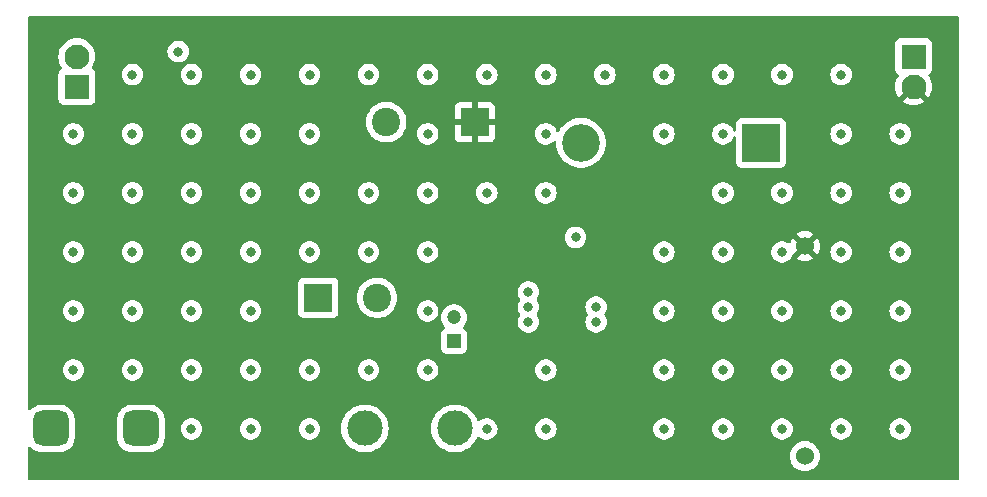
<source format=gbr>
%TF.GenerationSoftware,KiCad,Pcbnew,7.0.7*%
%TF.CreationDate,2023-09-13T14:30:02-04:00*%
%TF.ProjectId,Alim,416c696d-2e6b-4696-9361-645f70636258,rev?*%
%TF.SameCoordinates,Original*%
%TF.FileFunction,Copper,L3,Inr*%
%TF.FilePolarity,Positive*%
%FSLAX46Y46*%
G04 Gerber Fmt 4.6, Leading zero omitted, Abs format (unit mm)*
G04 Created by KiCad (PCBNEW 7.0.7) date 2023-09-13 14:30:02*
%MOMM*%
%LPD*%
G01*
G04 APERTURE LIST*
G04 Aperture macros list*
%AMRoundRect*
0 Rectangle with rounded corners*
0 $1 Rounding radius*
0 $2 $3 $4 $5 $6 $7 $8 $9 X,Y pos of 4 corners*
0 Add a 4 corners polygon primitive as box body*
4,1,4,$2,$3,$4,$5,$6,$7,$8,$9,$2,$3,0*
0 Add four circle primitives for the rounded corners*
1,1,$1+$1,$2,$3*
1,1,$1+$1,$4,$5*
1,1,$1+$1,$6,$7*
1,1,$1+$1,$8,$9*
0 Add four rect primitives between the rounded corners*
20,1,$1+$1,$2,$3,$4,$5,0*
20,1,$1+$1,$4,$5,$6,$7,0*
20,1,$1+$1,$6,$7,$8,$9,0*
20,1,$1+$1,$8,$9,$2,$3,0*%
G04 Aperture macros list end*
%TA.AperFunction,ComponentPad*%
%ADD10R,2.400000X2.400000*%
%TD*%
%TA.AperFunction,ComponentPad*%
%ADD11C,2.400000*%
%TD*%
%TA.AperFunction,ComponentPad*%
%ADD12R,1.200000X1.200000*%
%TD*%
%TA.AperFunction,ComponentPad*%
%ADD13C,1.200000*%
%TD*%
%TA.AperFunction,ComponentPad*%
%ADD14RoundRect,0.750000X-0.750000X-0.750000X0.750000X-0.750000X0.750000X0.750000X-0.750000X0.750000X0*%
%TD*%
%TA.AperFunction,ComponentPad*%
%ADD15C,3.000000*%
%TD*%
%TA.AperFunction,ComponentPad*%
%ADD16R,2.100000X2.100000*%
%TD*%
%TA.AperFunction,ComponentPad*%
%ADD17C,2.100000*%
%TD*%
%TA.AperFunction,ComponentPad*%
%ADD18R,3.200000X3.200000*%
%TD*%
%TA.AperFunction,ComponentPad*%
%ADD19O,3.200000X3.200000*%
%TD*%
%TA.AperFunction,ComponentPad*%
%ADD20C,1.524000*%
%TD*%
%TA.AperFunction,ViaPad*%
%ADD21C,0.800000*%
%TD*%
G04 APERTURE END LIST*
D10*
%TO.N,Net-(U1-VCC)*%
%TO.C,C1*%
X124230000Y-100680000D03*
D11*
%TO.N,GND*%
X129230000Y-100680000D03*
%TD*%
D12*
%TO.N,Net-(U1-timing_capacitor)*%
%TO.C,C2*%
X135740000Y-104350000D03*
D13*
%TO.N,GND*%
X135740000Y-102350000D03*
%TD*%
D14*
%TO.N,Net-(J1-Pin_1)*%
%TO.C,F1*%
X101605000Y-111740000D03*
X109225000Y-111740000D03*
D15*
%TO.N,Net-(U1-VCC)*%
X128195000Y-111740000D03*
X135815000Y-111740000D03*
%TD*%
D16*
%TO.N,GND*%
%TO.C,J2*%
X174650000Y-80270000D03*
D17*
%TO.N,Net-(J2-Pin_2)*%
X174650000Y-82810000D03*
%TD*%
D10*
%TO.N,Net-(J2-Pin_2)*%
%TO.C,C3*%
X137502755Y-85820000D03*
D11*
%TO.N,GND*%
X130002755Y-85820000D03*
%TD*%
D18*
%TO.N,Net-(D1-K)*%
%TO.C,D1*%
X161730000Y-87560000D03*
D19*
%TO.N,GND*%
X146490000Y-87560000D03*
%TD*%
D20*
%TO.N,Net-(D1-K)*%
%TO.C,L1*%
X165450000Y-114100000D03*
%TO.N,Net-(J2-Pin_2)*%
X165450000Y-96320000D03*
%TD*%
D16*
%TO.N,Net-(J1-Pin_1)*%
%TO.C,J1*%
X103810000Y-82810000D03*
D17*
%TO.N,GND*%
X103810000Y-80270000D03*
%TD*%
D21*
%TO.N,GND*%
X123511517Y-96800000D03*
X108511517Y-101800000D03*
X173511517Y-96800000D03*
X153511517Y-86800000D03*
X158511517Y-111800000D03*
X138511517Y-81800000D03*
X103511517Y-91800000D03*
X143511517Y-91800000D03*
X168511517Y-86800000D03*
X118511517Y-96800000D03*
X163511517Y-106800000D03*
X168511517Y-91800000D03*
X158511517Y-106800000D03*
X143511517Y-106800000D03*
X153511517Y-96800000D03*
X138511517Y-91800000D03*
X123511517Y-81800000D03*
X168511517Y-81800000D03*
X138511517Y-111800000D03*
X143511517Y-86800000D03*
X112390000Y-79840000D03*
X118511517Y-86800000D03*
X113511517Y-106800000D03*
X158511517Y-81800000D03*
X133511517Y-106800000D03*
X133511517Y-96800000D03*
X158511517Y-101800000D03*
X142030000Y-101460000D03*
X118511517Y-91800000D03*
X108511517Y-96800000D03*
X133511517Y-81800000D03*
X147770000Y-102740000D03*
X128511517Y-106800000D03*
X142030000Y-100190000D03*
X153511517Y-81800000D03*
X143511517Y-81800000D03*
X133511517Y-91800000D03*
X168511517Y-96800000D03*
X168511517Y-111800000D03*
X153511517Y-101800000D03*
X158511517Y-91800000D03*
X173511517Y-86800000D03*
X163511517Y-91800000D03*
X113511517Y-111800000D03*
X173511517Y-106800000D03*
X163511517Y-111800000D03*
X158511517Y-86800000D03*
X143511517Y-111800000D03*
X163511517Y-96800000D03*
X173511517Y-111800000D03*
X128511517Y-91800000D03*
X103511517Y-106800000D03*
X123511517Y-111800000D03*
X118511517Y-106800000D03*
X173511517Y-91800000D03*
X153511517Y-106800000D03*
X142030000Y-102730000D03*
X168511517Y-106800000D03*
X108511517Y-81800000D03*
X163511517Y-81800000D03*
X133511517Y-101800000D03*
X148511517Y-81800000D03*
X108511517Y-91800000D03*
X123511517Y-91800000D03*
X103511517Y-96800000D03*
X103511517Y-86800000D03*
X113511517Y-91800000D03*
X108511517Y-86800000D03*
X128511517Y-81800000D03*
X153511517Y-111800000D03*
X113511517Y-101800000D03*
X173511517Y-101800000D03*
X113511517Y-86800000D03*
X113511517Y-81800000D03*
X158511517Y-96800000D03*
X123511517Y-86800000D03*
X133511517Y-86800000D03*
X128511517Y-96800000D03*
X118511517Y-101800000D03*
X103511517Y-101800000D03*
X147770000Y-101460000D03*
X113511517Y-96800000D03*
X118511517Y-81800000D03*
X163511517Y-101800000D03*
X123511517Y-106800000D03*
X146030000Y-95560000D03*
X118511517Y-111800000D03*
X168511517Y-101800000D03*
X108511517Y-106800000D03*
%TD*%
%TA.AperFunction,Conductor*%
%TO.N,Net-(J2-Pin_2)*%
G36*
X178432539Y-76870185D02*
G01*
X178478294Y-76922989D01*
X178489500Y-76974500D01*
X178489500Y-116025500D01*
X178469815Y-116092539D01*
X178417011Y-116138294D01*
X178365500Y-116149500D01*
X99814500Y-116149500D01*
X99747461Y-116129815D01*
X99701706Y-116077011D01*
X99690500Y-116025500D01*
X99690500Y-114100002D01*
X164174647Y-114100002D01*
X164194021Y-114321457D01*
X164194022Y-114321465D01*
X164251558Y-114536191D01*
X164251559Y-114536193D01*
X164251560Y-114536196D01*
X164298536Y-114636936D01*
X164345511Y-114737676D01*
X164345512Y-114737677D01*
X164473023Y-114919781D01*
X164630219Y-115076977D01*
X164812323Y-115204488D01*
X165013804Y-115298440D01*
X165228537Y-115355978D01*
X165386724Y-115369817D01*
X165449998Y-115375353D01*
X165450000Y-115375353D01*
X165450002Y-115375353D01*
X165505365Y-115370509D01*
X165671463Y-115355978D01*
X165886196Y-115298440D01*
X166087677Y-115204488D01*
X166269781Y-115076977D01*
X166426977Y-114919781D01*
X166554488Y-114737677D01*
X166648440Y-114536196D01*
X166705978Y-114321463D01*
X166725353Y-114100000D01*
X166705978Y-113878537D01*
X166648440Y-113663804D01*
X166554488Y-113462324D01*
X166554486Y-113462321D01*
X166554485Y-113462319D01*
X166426978Y-113280220D01*
X166358072Y-113211314D01*
X166269781Y-113123023D01*
X166087677Y-112995512D01*
X166087678Y-112995512D01*
X166087676Y-112995511D01*
X165986936Y-112948536D01*
X165886196Y-112901560D01*
X165886193Y-112901559D01*
X165886191Y-112901558D01*
X165671465Y-112844022D01*
X165671457Y-112844021D01*
X165450002Y-112824647D01*
X165449998Y-112824647D01*
X165228542Y-112844021D01*
X165228535Y-112844022D01*
X165013800Y-112901561D01*
X164812323Y-112995512D01*
X164812319Y-112995514D01*
X164630217Y-113123023D01*
X164473023Y-113280217D01*
X164345514Y-113462319D01*
X164345512Y-113462323D01*
X164251561Y-113663800D01*
X164194022Y-113878535D01*
X164194021Y-113878542D01*
X164174647Y-114099997D01*
X164174647Y-114100002D01*
X99690500Y-114100002D01*
X99690500Y-113404650D01*
X99710185Y-113337611D01*
X99762989Y-113291856D01*
X99832147Y-113281912D01*
X99895703Y-113310937D01*
X99902167Y-113316955D01*
X99989862Y-113404650D01*
X100045200Y-113459988D01*
X100231404Y-113588991D01*
X100231405Y-113588991D01*
X100231409Y-113588994D01*
X100336995Y-113636953D01*
X100437661Y-113682678D01*
X100437662Y-113682678D01*
X100437664Y-113682679D01*
X100657331Y-113738030D01*
X100772270Y-113747075D01*
X100790362Y-113748500D01*
X100790364Y-113748500D01*
X102419638Y-113748500D01*
X102436577Y-113747166D01*
X102552669Y-113738030D01*
X102772336Y-113682679D01*
X102978591Y-113588994D01*
X103164802Y-113459986D01*
X103324986Y-113299802D01*
X103453994Y-113113591D01*
X103547679Y-112907336D01*
X103603030Y-112687669D01*
X103613500Y-112554636D01*
X107216500Y-112554636D01*
X107225484Y-112668794D01*
X107226970Y-112687668D01*
X107282321Y-112907338D01*
X107376008Y-113113595D01*
X107505014Y-113299803D01*
X107665196Y-113459985D01*
X107851404Y-113588991D01*
X107851405Y-113588991D01*
X107851409Y-113588994D01*
X107956995Y-113636953D01*
X108057661Y-113682678D01*
X108057662Y-113682678D01*
X108057664Y-113682679D01*
X108277331Y-113738030D01*
X108392270Y-113747075D01*
X108410362Y-113748500D01*
X108410364Y-113748500D01*
X110039638Y-113748500D01*
X110056577Y-113747166D01*
X110172669Y-113738030D01*
X110392336Y-113682679D01*
X110598591Y-113588994D01*
X110784802Y-113459986D01*
X110944986Y-113299802D01*
X111073994Y-113113591D01*
X111167679Y-112907336D01*
X111223030Y-112687669D01*
X111233500Y-112554636D01*
X111233500Y-111800000D01*
X112598013Y-111800000D01*
X112617975Y-111989928D01*
X112617976Y-111989931D01*
X112676987Y-112171549D01*
X112676990Y-112171556D01*
X112772477Y-112336944D01*
X112900264Y-112478866D01*
X113054765Y-112591118D01*
X113229229Y-112668794D01*
X113416030Y-112708500D01*
X113607004Y-112708500D01*
X113793805Y-112668794D01*
X113968269Y-112591118D01*
X114122770Y-112478866D01*
X114250557Y-112336944D01*
X114346044Y-112171556D01*
X114405059Y-111989928D01*
X114425021Y-111800000D01*
X117598013Y-111800000D01*
X117617975Y-111989928D01*
X117617976Y-111989931D01*
X117676987Y-112171549D01*
X117676990Y-112171556D01*
X117772477Y-112336944D01*
X117900264Y-112478866D01*
X118054765Y-112591118D01*
X118229229Y-112668794D01*
X118416030Y-112708500D01*
X118607004Y-112708500D01*
X118793805Y-112668794D01*
X118968269Y-112591118D01*
X119122770Y-112478866D01*
X119250557Y-112336944D01*
X119346044Y-112171556D01*
X119405059Y-111989928D01*
X119425021Y-111800000D01*
X122598013Y-111800000D01*
X122617975Y-111989928D01*
X122617976Y-111989931D01*
X122676987Y-112171549D01*
X122676990Y-112171556D01*
X122772477Y-112336944D01*
X122900264Y-112478866D01*
X123054765Y-112591118D01*
X123229229Y-112668794D01*
X123416030Y-112708500D01*
X123607004Y-112708500D01*
X123793805Y-112668794D01*
X123968269Y-112591118D01*
X124122770Y-112478866D01*
X124250557Y-112336944D01*
X124346044Y-112171556D01*
X124405059Y-111989928D01*
X124425021Y-111800000D01*
X124418715Y-111739999D01*
X126181807Y-111739999D01*
X126200557Y-112014130D01*
X126200558Y-112014132D01*
X126256458Y-112283141D01*
X126256463Y-112283158D01*
X126348476Y-112542056D01*
X126474889Y-112786024D01*
X126474893Y-112786030D01*
X126633340Y-113010499D01*
X126633343Y-113010502D01*
X126820889Y-113211314D01*
X127034031Y-113384718D01*
X127034033Y-113384719D01*
X127034034Y-113384720D01*
X127268801Y-113527485D01*
X127410403Y-113588991D01*
X127520823Y-113636953D01*
X127785404Y-113711085D01*
X128024720Y-113743978D01*
X128057614Y-113748500D01*
X128057615Y-113748500D01*
X128332386Y-113748500D01*
X128361733Y-113744466D01*
X128604596Y-113711085D01*
X128869177Y-113636953D01*
X129121200Y-113527484D01*
X129355969Y-113384718D01*
X129569111Y-113211314D01*
X129756657Y-113010502D01*
X129915111Y-112786023D01*
X130041523Y-112542058D01*
X130133538Y-112283153D01*
X130133539Y-112283146D01*
X130133541Y-112283141D01*
X130159491Y-112158259D01*
X130189442Y-112014130D01*
X130208193Y-111740000D01*
X130208193Y-111739999D01*
X133801807Y-111739999D01*
X133820557Y-112014130D01*
X133820558Y-112014132D01*
X133876458Y-112283141D01*
X133876463Y-112283158D01*
X133968476Y-112542056D01*
X134094889Y-112786024D01*
X134094893Y-112786030D01*
X134253340Y-113010499D01*
X134253343Y-113010502D01*
X134440889Y-113211314D01*
X134654031Y-113384718D01*
X134654033Y-113384719D01*
X134654034Y-113384720D01*
X134888801Y-113527485D01*
X135030403Y-113588991D01*
X135140823Y-113636953D01*
X135405404Y-113711085D01*
X135644720Y-113743978D01*
X135677614Y-113748500D01*
X135677615Y-113748500D01*
X135952386Y-113748500D01*
X135981733Y-113744466D01*
X136224596Y-113711085D01*
X136489177Y-113636953D01*
X136741200Y-113527484D01*
X136975969Y-113384718D01*
X137189111Y-113211314D01*
X137376657Y-113010502D01*
X137535111Y-112786023D01*
X137661523Y-112542058D01*
X137675483Y-112502777D01*
X137716478Y-112446201D01*
X137781555Y-112420769D01*
X137850051Y-112434558D01*
X137884472Y-112461328D01*
X137900261Y-112478863D01*
X137900264Y-112478866D01*
X138054765Y-112591118D01*
X138229229Y-112668794D01*
X138416030Y-112708500D01*
X138607004Y-112708500D01*
X138793805Y-112668794D01*
X138968269Y-112591118D01*
X139122770Y-112478866D01*
X139250557Y-112336944D01*
X139346044Y-112171556D01*
X139405059Y-111989928D01*
X139425021Y-111800000D01*
X142598013Y-111800000D01*
X142617975Y-111989928D01*
X142617976Y-111989931D01*
X142676987Y-112171549D01*
X142676990Y-112171556D01*
X142772477Y-112336944D01*
X142900264Y-112478866D01*
X143054765Y-112591118D01*
X143229229Y-112668794D01*
X143416030Y-112708500D01*
X143607004Y-112708500D01*
X143793805Y-112668794D01*
X143968269Y-112591118D01*
X144122770Y-112478866D01*
X144250557Y-112336944D01*
X144346044Y-112171556D01*
X144405059Y-111989928D01*
X144425021Y-111800000D01*
X152598013Y-111800000D01*
X152617975Y-111989928D01*
X152617976Y-111989931D01*
X152676987Y-112171549D01*
X152676990Y-112171556D01*
X152772477Y-112336944D01*
X152900264Y-112478866D01*
X153054765Y-112591118D01*
X153229229Y-112668794D01*
X153416030Y-112708500D01*
X153607004Y-112708500D01*
X153793805Y-112668794D01*
X153968269Y-112591118D01*
X154122770Y-112478866D01*
X154250557Y-112336944D01*
X154346044Y-112171556D01*
X154405059Y-111989928D01*
X154425021Y-111800000D01*
X157598013Y-111800000D01*
X157617975Y-111989928D01*
X157617976Y-111989931D01*
X157676987Y-112171549D01*
X157676990Y-112171556D01*
X157772477Y-112336944D01*
X157900264Y-112478866D01*
X158054765Y-112591118D01*
X158229229Y-112668794D01*
X158416030Y-112708500D01*
X158607004Y-112708500D01*
X158793805Y-112668794D01*
X158968269Y-112591118D01*
X159122770Y-112478866D01*
X159250557Y-112336944D01*
X159346044Y-112171556D01*
X159405059Y-111989928D01*
X159425021Y-111800000D01*
X162598013Y-111800000D01*
X162617975Y-111989928D01*
X162617976Y-111989931D01*
X162676987Y-112171549D01*
X162676990Y-112171556D01*
X162772477Y-112336944D01*
X162900264Y-112478866D01*
X163054765Y-112591118D01*
X163229229Y-112668794D01*
X163416030Y-112708500D01*
X163607004Y-112708500D01*
X163793805Y-112668794D01*
X163968269Y-112591118D01*
X164122770Y-112478866D01*
X164250557Y-112336944D01*
X164346044Y-112171556D01*
X164405059Y-111989928D01*
X164425021Y-111800000D01*
X167598013Y-111800000D01*
X167617975Y-111989928D01*
X167617976Y-111989931D01*
X167676987Y-112171549D01*
X167676990Y-112171556D01*
X167772477Y-112336944D01*
X167900264Y-112478866D01*
X168054765Y-112591118D01*
X168229229Y-112668794D01*
X168416030Y-112708500D01*
X168607004Y-112708500D01*
X168793805Y-112668794D01*
X168968269Y-112591118D01*
X169122770Y-112478866D01*
X169250557Y-112336944D01*
X169346044Y-112171556D01*
X169405059Y-111989928D01*
X169425021Y-111800000D01*
X172598013Y-111800000D01*
X172617975Y-111989928D01*
X172617976Y-111989931D01*
X172676987Y-112171549D01*
X172676990Y-112171556D01*
X172772477Y-112336944D01*
X172900264Y-112478866D01*
X173054765Y-112591118D01*
X173229229Y-112668794D01*
X173416030Y-112708500D01*
X173607004Y-112708500D01*
X173793805Y-112668794D01*
X173968269Y-112591118D01*
X174122770Y-112478866D01*
X174250557Y-112336944D01*
X174346044Y-112171556D01*
X174405059Y-111989928D01*
X174425021Y-111800000D01*
X174405059Y-111610072D01*
X174346044Y-111428444D01*
X174250557Y-111263056D01*
X174122770Y-111121134D01*
X173968269Y-111008882D01*
X173793805Y-110931206D01*
X173793803Y-110931205D01*
X173607004Y-110891500D01*
X173416030Y-110891500D01*
X173229231Y-110931205D01*
X173054763Y-111008883D01*
X172900262Y-111121135D01*
X172772476Y-111263057D01*
X172676990Y-111428443D01*
X172676987Y-111428450D01*
X172664829Y-111465870D01*
X172617975Y-111610072D01*
X172598013Y-111800000D01*
X169425021Y-111800000D01*
X169405059Y-111610072D01*
X169346044Y-111428444D01*
X169250557Y-111263056D01*
X169122770Y-111121134D01*
X168968269Y-111008882D01*
X168793805Y-110931206D01*
X168793803Y-110931205D01*
X168607004Y-110891500D01*
X168416030Y-110891500D01*
X168229231Y-110931205D01*
X168054763Y-111008883D01*
X167900262Y-111121135D01*
X167772476Y-111263057D01*
X167676990Y-111428443D01*
X167676987Y-111428450D01*
X167664829Y-111465870D01*
X167617975Y-111610072D01*
X167598013Y-111800000D01*
X164425021Y-111800000D01*
X164405059Y-111610072D01*
X164346044Y-111428444D01*
X164250557Y-111263056D01*
X164122770Y-111121134D01*
X163968269Y-111008882D01*
X163793805Y-110931206D01*
X163793803Y-110931205D01*
X163607004Y-110891500D01*
X163416030Y-110891500D01*
X163229231Y-110931205D01*
X163054763Y-111008883D01*
X162900262Y-111121135D01*
X162772476Y-111263057D01*
X162676990Y-111428443D01*
X162676987Y-111428450D01*
X162664829Y-111465870D01*
X162617975Y-111610072D01*
X162598013Y-111800000D01*
X159425021Y-111800000D01*
X159405059Y-111610072D01*
X159346044Y-111428444D01*
X159250557Y-111263056D01*
X159122770Y-111121134D01*
X158968269Y-111008882D01*
X158793805Y-110931206D01*
X158793803Y-110931205D01*
X158607004Y-110891500D01*
X158416030Y-110891500D01*
X158229231Y-110931205D01*
X158054763Y-111008883D01*
X157900262Y-111121135D01*
X157772476Y-111263057D01*
X157676990Y-111428443D01*
X157676987Y-111428450D01*
X157664829Y-111465870D01*
X157617975Y-111610072D01*
X157598013Y-111800000D01*
X154425021Y-111800000D01*
X154405059Y-111610072D01*
X154346044Y-111428444D01*
X154250557Y-111263056D01*
X154122770Y-111121134D01*
X153968269Y-111008882D01*
X153793805Y-110931206D01*
X153793803Y-110931205D01*
X153607004Y-110891500D01*
X153416030Y-110891500D01*
X153229231Y-110931205D01*
X153054763Y-111008883D01*
X152900262Y-111121135D01*
X152772476Y-111263057D01*
X152676990Y-111428443D01*
X152676987Y-111428450D01*
X152664829Y-111465870D01*
X152617975Y-111610072D01*
X152598013Y-111800000D01*
X144425021Y-111800000D01*
X144405059Y-111610072D01*
X144346044Y-111428444D01*
X144250557Y-111263056D01*
X144122770Y-111121134D01*
X143968269Y-111008882D01*
X143793805Y-110931206D01*
X143793803Y-110931205D01*
X143607004Y-110891500D01*
X143416030Y-110891500D01*
X143229231Y-110931205D01*
X143054763Y-111008883D01*
X142900262Y-111121135D01*
X142772476Y-111263057D01*
X142676990Y-111428443D01*
X142676987Y-111428450D01*
X142664829Y-111465870D01*
X142617975Y-111610072D01*
X142598013Y-111800000D01*
X139425021Y-111800000D01*
X139405059Y-111610072D01*
X139346044Y-111428444D01*
X139250557Y-111263056D01*
X139122770Y-111121134D01*
X138968269Y-111008882D01*
X138793805Y-110931206D01*
X138793803Y-110931205D01*
X138607004Y-110891500D01*
X138416030Y-110891500D01*
X138229231Y-110931205D01*
X138054760Y-111008884D01*
X137896445Y-111123907D01*
X137830639Y-111147387D01*
X137762585Y-111131561D01*
X137713890Y-111081455D01*
X137706720Y-111065114D01*
X137661523Y-110937943D01*
X137661523Y-110937942D01*
X137535111Y-110693977D01*
X137535110Y-110693975D01*
X137535106Y-110693969D01*
X137376659Y-110469500D01*
X137280378Y-110366409D01*
X137189111Y-110268686D01*
X136975969Y-110095282D01*
X136975967Y-110095281D01*
X136975965Y-110095279D01*
X136741198Y-109952514D01*
X136489178Y-109843047D01*
X136224602Y-109768916D01*
X136224597Y-109768915D01*
X136224596Y-109768915D01*
X136028559Y-109741970D01*
X135952386Y-109731500D01*
X135952385Y-109731500D01*
X135677615Y-109731500D01*
X135677614Y-109731500D01*
X135405404Y-109768915D01*
X135405397Y-109768916D01*
X135140821Y-109843047D01*
X134888801Y-109952514D01*
X134654034Y-110095279D01*
X134440892Y-110268683D01*
X134253340Y-110469500D01*
X134094893Y-110693969D01*
X134094889Y-110693975D01*
X133968476Y-110937943D01*
X133876463Y-111196841D01*
X133876458Y-111196858D01*
X133820558Y-111465867D01*
X133820557Y-111465869D01*
X133801807Y-111739999D01*
X130208193Y-111739999D01*
X130189442Y-111465870D01*
X130147297Y-111263057D01*
X130133541Y-111196858D01*
X130133536Y-111196841D01*
X130041523Y-110937943D01*
X130041523Y-110937942D01*
X129915111Y-110693977D01*
X129915110Y-110693975D01*
X129915106Y-110693969D01*
X129756659Y-110469500D01*
X129660378Y-110366409D01*
X129569111Y-110268686D01*
X129355969Y-110095282D01*
X129355967Y-110095281D01*
X129355965Y-110095279D01*
X129121198Y-109952514D01*
X128869178Y-109843047D01*
X128604602Y-109768916D01*
X128604597Y-109768915D01*
X128604596Y-109768915D01*
X128408559Y-109741970D01*
X128332386Y-109731500D01*
X128332385Y-109731500D01*
X128057615Y-109731500D01*
X128057614Y-109731500D01*
X127785404Y-109768915D01*
X127785397Y-109768916D01*
X127520821Y-109843047D01*
X127268801Y-109952514D01*
X127034034Y-110095279D01*
X126820892Y-110268683D01*
X126633340Y-110469500D01*
X126474893Y-110693969D01*
X126474889Y-110693975D01*
X126348476Y-110937943D01*
X126256463Y-111196841D01*
X126256458Y-111196858D01*
X126200558Y-111465867D01*
X126200557Y-111465869D01*
X126181807Y-111739999D01*
X124418715Y-111739999D01*
X124405059Y-111610072D01*
X124346044Y-111428444D01*
X124250557Y-111263056D01*
X124122770Y-111121134D01*
X123968269Y-111008882D01*
X123793805Y-110931206D01*
X123793803Y-110931205D01*
X123607004Y-110891500D01*
X123416030Y-110891500D01*
X123229231Y-110931205D01*
X123054763Y-111008883D01*
X122900262Y-111121135D01*
X122772476Y-111263057D01*
X122676990Y-111428443D01*
X122676987Y-111428450D01*
X122664829Y-111465870D01*
X122617975Y-111610072D01*
X122598013Y-111800000D01*
X119425021Y-111800000D01*
X119405059Y-111610072D01*
X119346044Y-111428444D01*
X119250557Y-111263056D01*
X119122770Y-111121134D01*
X118968269Y-111008882D01*
X118793805Y-110931206D01*
X118793803Y-110931205D01*
X118607004Y-110891500D01*
X118416030Y-110891500D01*
X118229231Y-110931205D01*
X118054763Y-111008883D01*
X117900262Y-111121135D01*
X117772476Y-111263057D01*
X117676990Y-111428443D01*
X117676987Y-111428450D01*
X117664829Y-111465870D01*
X117617975Y-111610072D01*
X117598013Y-111800000D01*
X114425021Y-111800000D01*
X114405059Y-111610072D01*
X114346044Y-111428444D01*
X114250557Y-111263056D01*
X114122770Y-111121134D01*
X113968269Y-111008882D01*
X113793805Y-110931206D01*
X113793803Y-110931205D01*
X113607004Y-110891500D01*
X113416030Y-110891500D01*
X113229231Y-110931205D01*
X113054763Y-111008883D01*
X112900262Y-111121135D01*
X112772476Y-111263057D01*
X112676990Y-111428443D01*
X112676987Y-111428450D01*
X112664829Y-111465870D01*
X112617975Y-111610072D01*
X112598013Y-111800000D01*
X111233500Y-111800000D01*
X111233500Y-110925364D01*
X111223030Y-110792331D01*
X111167679Y-110572664D01*
X111073994Y-110366409D01*
X110944986Y-110180198D01*
X110944985Y-110180196D01*
X110784802Y-110020014D01*
X110784803Y-110020014D01*
X110598595Y-109891008D01*
X110392338Y-109797321D01*
X110245891Y-109760420D01*
X110172669Y-109741970D01*
X110128324Y-109738480D01*
X110039638Y-109731500D01*
X110039636Y-109731500D01*
X108410364Y-109731500D01*
X108410362Y-109731500D01*
X108277331Y-109741970D01*
X108057661Y-109797321D01*
X107851404Y-109891008D01*
X107665196Y-110020014D01*
X107505014Y-110180196D01*
X107376008Y-110366404D01*
X107282321Y-110572661D01*
X107251755Y-110693969D01*
X107226970Y-110792331D01*
X107216500Y-110925364D01*
X107216500Y-112554636D01*
X103613500Y-112554636D01*
X103613500Y-110925364D01*
X103603030Y-110792331D01*
X103547679Y-110572664D01*
X103453994Y-110366409D01*
X103324986Y-110180198D01*
X103324985Y-110180196D01*
X103164802Y-110020014D01*
X103164803Y-110020014D01*
X102978595Y-109891008D01*
X102772338Y-109797321D01*
X102625891Y-109760420D01*
X102552669Y-109741970D01*
X102508324Y-109738480D01*
X102419638Y-109731500D01*
X102419636Y-109731500D01*
X100790364Y-109731500D01*
X100790362Y-109731500D01*
X100657331Y-109741970D01*
X100437661Y-109797321D01*
X100231404Y-109891008D01*
X100045200Y-110020011D01*
X99902181Y-110163030D01*
X99840858Y-110196514D01*
X99771166Y-110191530D01*
X99715233Y-110149658D01*
X99690816Y-110084194D01*
X99690500Y-110075348D01*
X99690500Y-106800000D01*
X102598013Y-106800000D01*
X102617975Y-106989928D01*
X102617976Y-106989931D01*
X102676987Y-107171549D01*
X102676990Y-107171556D01*
X102772477Y-107336944D01*
X102900264Y-107478866D01*
X103054765Y-107591118D01*
X103229229Y-107668794D01*
X103416030Y-107708500D01*
X103607004Y-107708500D01*
X103793805Y-107668794D01*
X103968269Y-107591118D01*
X104122770Y-107478866D01*
X104250557Y-107336944D01*
X104346044Y-107171556D01*
X104405059Y-106989928D01*
X104425021Y-106800000D01*
X107598013Y-106800000D01*
X107617975Y-106989928D01*
X107617976Y-106989931D01*
X107676987Y-107171549D01*
X107676990Y-107171556D01*
X107772477Y-107336944D01*
X107900264Y-107478866D01*
X108054765Y-107591118D01*
X108229229Y-107668794D01*
X108416030Y-107708500D01*
X108607004Y-107708500D01*
X108793805Y-107668794D01*
X108968269Y-107591118D01*
X109122770Y-107478866D01*
X109250557Y-107336944D01*
X109346044Y-107171556D01*
X109405059Y-106989928D01*
X109425021Y-106800000D01*
X112598013Y-106800000D01*
X112617975Y-106989928D01*
X112617976Y-106989931D01*
X112676987Y-107171549D01*
X112676990Y-107171556D01*
X112772477Y-107336944D01*
X112900264Y-107478866D01*
X113054765Y-107591118D01*
X113229229Y-107668794D01*
X113416030Y-107708500D01*
X113607004Y-107708500D01*
X113793805Y-107668794D01*
X113968269Y-107591118D01*
X114122770Y-107478866D01*
X114250557Y-107336944D01*
X114346044Y-107171556D01*
X114405059Y-106989928D01*
X114425021Y-106800000D01*
X117598013Y-106800000D01*
X117617975Y-106989928D01*
X117617976Y-106989931D01*
X117676987Y-107171549D01*
X117676990Y-107171556D01*
X117772477Y-107336944D01*
X117900264Y-107478866D01*
X118054765Y-107591118D01*
X118229229Y-107668794D01*
X118416030Y-107708500D01*
X118607004Y-107708500D01*
X118793805Y-107668794D01*
X118968269Y-107591118D01*
X119122770Y-107478866D01*
X119250557Y-107336944D01*
X119346044Y-107171556D01*
X119405059Y-106989928D01*
X119425021Y-106800000D01*
X122598013Y-106800000D01*
X122617975Y-106989928D01*
X122617976Y-106989931D01*
X122676987Y-107171549D01*
X122676990Y-107171556D01*
X122772477Y-107336944D01*
X122900264Y-107478866D01*
X123054765Y-107591118D01*
X123229229Y-107668794D01*
X123416030Y-107708500D01*
X123607004Y-107708500D01*
X123793805Y-107668794D01*
X123968269Y-107591118D01*
X124122770Y-107478866D01*
X124250557Y-107336944D01*
X124346044Y-107171556D01*
X124405059Y-106989928D01*
X124425021Y-106800000D01*
X127598013Y-106800000D01*
X127617975Y-106989928D01*
X127617976Y-106989931D01*
X127676987Y-107171549D01*
X127676990Y-107171556D01*
X127772477Y-107336944D01*
X127900264Y-107478866D01*
X128054765Y-107591118D01*
X128229229Y-107668794D01*
X128416030Y-107708500D01*
X128607004Y-107708500D01*
X128793805Y-107668794D01*
X128968269Y-107591118D01*
X129122770Y-107478866D01*
X129250557Y-107336944D01*
X129346044Y-107171556D01*
X129405059Y-106989928D01*
X129425021Y-106800000D01*
X132598013Y-106800000D01*
X132617975Y-106989928D01*
X132617976Y-106989931D01*
X132676987Y-107171549D01*
X132676990Y-107171556D01*
X132772477Y-107336944D01*
X132900264Y-107478866D01*
X133054765Y-107591118D01*
X133229229Y-107668794D01*
X133416030Y-107708500D01*
X133607004Y-107708500D01*
X133793805Y-107668794D01*
X133968269Y-107591118D01*
X134122770Y-107478866D01*
X134250557Y-107336944D01*
X134346044Y-107171556D01*
X134405059Y-106989928D01*
X134425021Y-106800000D01*
X142598013Y-106800000D01*
X142617975Y-106989928D01*
X142617976Y-106989931D01*
X142676987Y-107171549D01*
X142676990Y-107171556D01*
X142772477Y-107336944D01*
X142900264Y-107478866D01*
X143054765Y-107591118D01*
X143229229Y-107668794D01*
X143416030Y-107708500D01*
X143607004Y-107708500D01*
X143793805Y-107668794D01*
X143968269Y-107591118D01*
X144122770Y-107478866D01*
X144250557Y-107336944D01*
X144346044Y-107171556D01*
X144405059Y-106989928D01*
X144425021Y-106800000D01*
X152598013Y-106800000D01*
X152617975Y-106989928D01*
X152617976Y-106989931D01*
X152676987Y-107171549D01*
X152676990Y-107171556D01*
X152772477Y-107336944D01*
X152900264Y-107478866D01*
X153054765Y-107591118D01*
X153229229Y-107668794D01*
X153416030Y-107708500D01*
X153607004Y-107708500D01*
X153793805Y-107668794D01*
X153968269Y-107591118D01*
X154122770Y-107478866D01*
X154250557Y-107336944D01*
X154346044Y-107171556D01*
X154405059Y-106989928D01*
X154425021Y-106800000D01*
X157598013Y-106800000D01*
X157617975Y-106989928D01*
X157617976Y-106989931D01*
X157676987Y-107171549D01*
X157676990Y-107171556D01*
X157772477Y-107336944D01*
X157900264Y-107478866D01*
X158054765Y-107591118D01*
X158229229Y-107668794D01*
X158416030Y-107708500D01*
X158607004Y-107708500D01*
X158793805Y-107668794D01*
X158968269Y-107591118D01*
X159122770Y-107478866D01*
X159250557Y-107336944D01*
X159346044Y-107171556D01*
X159405059Y-106989928D01*
X159425021Y-106800000D01*
X162598013Y-106800000D01*
X162617975Y-106989928D01*
X162617976Y-106989931D01*
X162676987Y-107171549D01*
X162676990Y-107171556D01*
X162772477Y-107336944D01*
X162900264Y-107478866D01*
X163054765Y-107591118D01*
X163229229Y-107668794D01*
X163416030Y-107708500D01*
X163607004Y-107708500D01*
X163793805Y-107668794D01*
X163968269Y-107591118D01*
X164122770Y-107478866D01*
X164250557Y-107336944D01*
X164346044Y-107171556D01*
X164405059Y-106989928D01*
X164425021Y-106800000D01*
X167598013Y-106800000D01*
X167617975Y-106989928D01*
X167617976Y-106989931D01*
X167676987Y-107171549D01*
X167676990Y-107171556D01*
X167772477Y-107336944D01*
X167900264Y-107478866D01*
X168054765Y-107591118D01*
X168229229Y-107668794D01*
X168416030Y-107708500D01*
X168607004Y-107708500D01*
X168793805Y-107668794D01*
X168968269Y-107591118D01*
X169122770Y-107478866D01*
X169250557Y-107336944D01*
X169346044Y-107171556D01*
X169405059Y-106989928D01*
X169425021Y-106800000D01*
X172598013Y-106800000D01*
X172617975Y-106989928D01*
X172617976Y-106989931D01*
X172676987Y-107171549D01*
X172676990Y-107171556D01*
X172772477Y-107336944D01*
X172900264Y-107478866D01*
X173054765Y-107591118D01*
X173229229Y-107668794D01*
X173416030Y-107708500D01*
X173607004Y-107708500D01*
X173793805Y-107668794D01*
X173968269Y-107591118D01*
X174122770Y-107478866D01*
X174250557Y-107336944D01*
X174346044Y-107171556D01*
X174405059Y-106989928D01*
X174425021Y-106800000D01*
X174405059Y-106610072D01*
X174346044Y-106428444D01*
X174250557Y-106263056D01*
X174122770Y-106121134D01*
X173968269Y-106008882D01*
X173793805Y-105931206D01*
X173793803Y-105931205D01*
X173607004Y-105891500D01*
X173416030Y-105891500D01*
X173229231Y-105931205D01*
X173054763Y-106008883D01*
X172900262Y-106121135D01*
X172772476Y-106263057D01*
X172676990Y-106428443D01*
X172676987Y-106428450D01*
X172617976Y-106610068D01*
X172617975Y-106610072D01*
X172598013Y-106800000D01*
X169425021Y-106800000D01*
X169405059Y-106610072D01*
X169346044Y-106428444D01*
X169250557Y-106263056D01*
X169122770Y-106121134D01*
X168968269Y-106008882D01*
X168793805Y-105931206D01*
X168793803Y-105931205D01*
X168607004Y-105891500D01*
X168416030Y-105891500D01*
X168229231Y-105931205D01*
X168054763Y-106008883D01*
X167900262Y-106121135D01*
X167772476Y-106263057D01*
X167676990Y-106428443D01*
X167676987Y-106428450D01*
X167617976Y-106610068D01*
X167617975Y-106610072D01*
X167598013Y-106800000D01*
X164425021Y-106800000D01*
X164405059Y-106610072D01*
X164346044Y-106428444D01*
X164250557Y-106263056D01*
X164122770Y-106121134D01*
X163968269Y-106008882D01*
X163793805Y-105931206D01*
X163793803Y-105931205D01*
X163607004Y-105891500D01*
X163416030Y-105891500D01*
X163229231Y-105931205D01*
X163054763Y-106008883D01*
X162900262Y-106121135D01*
X162772476Y-106263057D01*
X162676990Y-106428443D01*
X162676987Y-106428450D01*
X162617976Y-106610068D01*
X162617975Y-106610072D01*
X162598013Y-106800000D01*
X159425021Y-106800000D01*
X159405059Y-106610072D01*
X159346044Y-106428444D01*
X159250557Y-106263056D01*
X159122770Y-106121134D01*
X158968269Y-106008882D01*
X158793805Y-105931206D01*
X158793803Y-105931205D01*
X158607004Y-105891500D01*
X158416030Y-105891500D01*
X158229231Y-105931205D01*
X158054763Y-106008883D01*
X157900262Y-106121135D01*
X157772476Y-106263057D01*
X157676990Y-106428443D01*
X157676987Y-106428450D01*
X157617976Y-106610068D01*
X157617975Y-106610072D01*
X157598013Y-106800000D01*
X154425021Y-106800000D01*
X154405059Y-106610072D01*
X154346044Y-106428444D01*
X154250557Y-106263056D01*
X154122770Y-106121134D01*
X153968269Y-106008882D01*
X153793805Y-105931206D01*
X153793803Y-105931205D01*
X153607004Y-105891500D01*
X153416030Y-105891500D01*
X153229231Y-105931205D01*
X153054763Y-106008883D01*
X152900262Y-106121135D01*
X152772476Y-106263057D01*
X152676990Y-106428443D01*
X152676987Y-106428450D01*
X152617976Y-106610068D01*
X152617975Y-106610072D01*
X152598013Y-106800000D01*
X144425021Y-106800000D01*
X144405059Y-106610072D01*
X144346044Y-106428444D01*
X144250557Y-106263056D01*
X144122770Y-106121134D01*
X143968269Y-106008882D01*
X143793805Y-105931206D01*
X143793803Y-105931205D01*
X143607004Y-105891500D01*
X143416030Y-105891500D01*
X143229231Y-105931205D01*
X143054763Y-106008883D01*
X142900262Y-106121135D01*
X142772476Y-106263057D01*
X142676990Y-106428443D01*
X142676987Y-106428450D01*
X142617976Y-106610068D01*
X142617975Y-106610072D01*
X142598013Y-106800000D01*
X134425021Y-106800000D01*
X134405059Y-106610072D01*
X134346044Y-106428444D01*
X134250557Y-106263056D01*
X134122770Y-106121134D01*
X133968269Y-106008882D01*
X133793805Y-105931206D01*
X133793803Y-105931205D01*
X133607004Y-105891500D01*
X133416030Y-105891500D01*
X133229231Y-105931205D01*
X133054763Y-106008883D01*
X132900262Y-106121135D01*
X132772476Y-106263057D01*
X132676990Y-106428443D01*
X132676987Y-106428450D01*
X132617976Y-106610068D01*
X132617975Y-106610072D01*
X132598013Y-106800000D01*
X129425021Y-106800000D01*
X129405059Y-106610072D01*
X129346044Y-106428444D01*
X129250557Y-106263056D01*
X129122770Y-106121134D01*
X128968269Y-106008882D01*
X128793805Y-105931206D01*
X128793803Y-105931205D01*
X128607004Y-105891500D01*
X128416030Y-105891500D01*
X128229231Y-105931205D01*
X128054763Y-106008883D01*
X127900262Y-106121135D01*
X127772476Y-106263057D01*
X127676990Y-106428443D01*
X127676987Y-106428450D01*
X127617976Y-106610068D01*
X127617975Y-106610072D01*
X127598013Y-106800000D01*
X124425021Y-106800000D01*
X124405059Y-106610072D01*
X124346044Y-106428444D01*
X124250557Y-106263056D01*
X124122770Y-106121134D01*
X123968269Y-106008882D01*
X123793805Y-105931206D01*
X123793803Y-105931205D01*
X123607004Y-105891500D01*
X123416030Y-105891500D01*
X123229231Y-105931205D01*
X123054763Y-106008883D01*
X122900262Y-106121135D01*
X122772476Y-106263057D01*
X122676990Y-106428443D01*
X122676987Y-106428450D01*
X122617976Y-106610068D01*
X122617975Y-106610072D01*
X122598013Y-106800000D01*
X119425021Y-106800000D01*
X119405059Y-106610072D01*
X119346044Y-106428444D01*
X119250557Y-106263056D01*
X119122770Y-106121134D01*
X118968269Y-106008882D01*
X118793805Y-105931206D01*
X118793803Y-105931205D01*
X118607004Y-105891500D01*
X118416030Y-105891500D01*
X118229231Y-105931205D01*
X118054763Y-106008883D01*
X117900262Y-106121135D01*
X117772476Y-106263057D01*
X117676990Y-106428443D01*
X117676987Y-106428450D01*
X117617976Y-106610068D01*
X117617975Y-106610072D01*
X117598013Y-106800000D01*
X114425021Y-106800000D01*
X114405059Y-106610072D01*
X114346044Y-106428444D01*
X114250557Y-106263056D01*
X114122770Y-106121134D01*
X113968269Y-106008882D01*
X113793805Y-105931206D01*
X113793803Y-105931205D01*
X113607004Y-105891500D01*
X113416030Y-105891500D01*
X113229231Y-105931205D01*
X113054763Y-106008883D01*
X112900262Y-106121135D01*
X112772476Y-106263057D01*
X112676990Y-106428443D01*
X112676987Y-106428450D01*
X112617976Y-106610068D01*
X112617975Y-106610072D01*
X112598013Y-106800000D01*
X109425021Y-106800000D01*
X109405059Y-106610072D01*
X109346044Y-106428444D01*
X109250557Y-106263056D01*
X109122770Y-106121134D01*
X108968269Y-106008882D01*
X108793805Y-105931206D01*
X108793803Y-105931205D01*
X108607004Y-105891500D01*
X108416030Y-105891500D01*
X108229231Y-105931205D01*
X108054763Y-106008883D01*
X107900262Y-106121135D01*
X107772476Y-106263057D01*
X107676990Y-106428443D01*
X107676987Y-106428450D01*
X107617976Y-106610068D01*
X107617975Y-106610072D01*
X107598013Y-106800000D01*
X104425021Y-106800000D01*
X104405059Y-106610072D01*
X104346044Y-106428444D01*
X104250557Y-106263056D01*
X104122770Y-106121134D01*
X103968269Y-106008882D01*
X103793805Y-105931206D01*
X103793803Y-105931205D01*
X103607004Y-105891500D01*
X103416030Y-105891500D01*
X103229231Y-105931205D01*
X103054763Y-106008883D01*
X102900262Y-106121135D01*
X102772476Y-106263057D01*
X102676990Y-106428443D01*
X102676987Y-106428450D01*
X102617976Y-106610068D01*
X102617975Y-106610072D01*
X102598013Y-106800000D01*
X99690500Y-106800000D01*
X99690500Y-101800000D01*
X102598013Y-101800000D01*
X102617975Y-101989928D01*
X102617976Y-101989931D01*
X102676987Y-102171549D01*
X102676990Y-102171556D01*
X102772477Y-102336944D01*
X102900264Y-102478866D01*
X103054765Y-102591118D01*
X103229229Y-102668794D01*
X103416030Y-102708500D01*
X103607004Y-102708500D01*
X103793805Y-102668794D01*
X103968269Y-102591118D01*
X104122770Y-102478866D01*
X104250557Y-102336944D01*
X104346044Y-102171556D01*
X104405059Y-101989928D01*
X104425021Y-101800000D01*
X107598013Y-101800000D01*
X107617975Y-101989928D01*
X107617976Y-101989931D01*
X107676987Y-102171549D01*
X107676990Y-102171556D01*
X107772477Y-102336944D01*
X107900264Y-102478866D01*
X108054765Y-102591118D01*
X108229229Y-102668794D01*
X108416030Y-102708500D01*
X108607004Y-102708500D01*
X108793805Y-102668794D01*
X108968269Y-102591118D01*
X109122770Y-102478866D01*
X109250557Y-102336944D01*
X109346044Y-102171556D01*
X109405059Y-101989928D01*
X109425021Y-101800000D01*
X112598013Y-101800000D01*
X112617975Y-101989928D01*
X112617976Y-101989931D01*
X112676987Y-102171549D01*
X112676990Y-102171556D01*
X112772477Y-102336944D01*
X112900264Y-102478866D01*
X113054765Y-102591118D01*
X113229229Y-102668794D01*
X113416030Y-102708500D01*
X113607004Y-102708500D01*
X113793805Y-102668794D01*
X113968269Y-102591118D01*
X114122770Y-102478866D01*
X114250557Y-102336944D01*
X114346044Y-102171556D01*
X114405059Y-101989928D01*
X114425021Y-101800000D01*
X117598013Y-101800000D01*
X117617975Y-101989928D01*
X117617976Y-101989931D01*
X117676987Y-102171549D01*
X117676990Y-102171556D01*
X117772477Y-102336944D01*
X117900264Y-102478866D01*
X118054765Y-102591118D01*
X118229229Y-102668794D01*
X118416030Y-102708500D01*
X118607004Y-102708500D01*
X118793805Y-102668794D01*
X118968269Y-102591118D01*
X119122770Y-102478866D01*
X119250557Y-102336944D01*
X119346044Y-102171556D01*
X119405059Y-101989928D01*
X119411499Y-101928654D01*
X122521500Y-101928654D01*
X122528011Y-101989202D01*
X122528011Y-101989204D01*
X122561885Y-102080021D01*
X122579111Y-102126204D01*
X122666739Y-102243261D01*
X122783796Y-102330889D01*
X122920799Y-102381989D01*
X122948050Y-102384918D01*
X122981345Y-102388499D01*
X122981362Y-102388500D01*
X125478638Y-102388500D01*
X125478654Y-102388499D01*
X125505692Y-102385591D01*
X125539201Y-102381989D01*
X125676204Y-102330889D01*
X125793261Y-102243261D01*
X125880889Y-102126204D01*
X125929102Y-101996942D01*
X125931988Y-101989204D01*
X125931988Y-101989203D01*
X125931989Y-101989201D01*
X125935591Y-101955692D01*
X125938499Y-101928654D01*
X125938499Y-101928647D01*
X125938500Y-101928638D01*
X125938500Y-100680004D01*
X127516709Y-100680004D01*
X127535843Y-100935343D01*
X127535844Y-100935348D01*
X127592822Y-101184987D01*
X127592824Y-101184996D01*
X127592826Y-101185001D01*
X127686378Y-101423369D01*
X127814413Y-101645131D01*
X127943367Y-101806835D01*
X127974072Y-101845338D01*
X128137462Y-101996940D01*
X128161781Y-102019505D01*
X128373355Y-102163754D01*
X128373360Y-102163756D01*
X128373361Y-102163757D01*
X128373362Y-102163758D01*
X128495890Y-102222764D01*
X128604061Y-102274856D01*
X128604062Y-102274856D01*
X128604065Y-102274858D01*
X128848757Y-102350335D01*
X128848758Y-102350335D01*
X128848761Y-102350336D01*
X129101958Y-102388499D01*
X129101963Y-102388499D01*
X129101966Y-102388500D01*
X129101967Y-102388500D01*
X129358033Y-102388500D01*
X129358034Y-102388500D01*
X129401232Y-102381989D01*
X129611238Y-102350336D01*
X129611239Y-102350335D01*
X129611243Y-102350335D01*
X129855935Y-102274858D01*
X130070445Y-102171556D01*
X130086638Y-102163758D01*
X130086638Y-102163757D01*
X130086646Y-102163754D01*
X130298219Y-102019505D01*
X130485931Y-101845334D01*
X130522084Y-101800000D01*
X132598013Y-101800000D01*
X132617975Y-101989928D01*
X132617976Y-101989931D01*
X132676987Y-102171549D01*
X132676990Y-102171556D01*
X132772477Y-102336944D01*
X132900264Y-102478866D01*
X133054765Y-102591118D01*
X133229229Y-102668794D01*
X133416030Y-102708500D01*
X133607004Y-102708500D01*
X133793805Y-102668794D01*
X133968269Y-102591118D01*
X134122770Y-102478866D01*
X134238801Y-102350000D01*
X134626751Y-102350000D01*
X134645705Y-102554558D01*
X134645706Y-102554560D01*
X134701924Y-102752147D01*
X134701930Y-102752162D01*
X134793493Y-102936044D01*
X134793498Y-102936052D01*
X134917301Y-103099994D01*
X134921162Y-103104229D01*
X134920134Y-103105165D01*
X134952885Y-103159079D01*
X134951117Y-103228926D01*
X134911867Y-103286730D01*
X134896123Y-103297368D01*
X134776739Y-103386739D01*
X134689111Y-103503795D01*
X134638011Y-103640795D01*
X134638011Y-103640797D01*
X134631500Y-103701345D01*
X134631500Y-104998654D01*
X134638011Y-105059202D01*
X134638011Y-105059204D01*
X134689110Y-105196203D01*
X134689111Y-105196204D01*
X134776739Y-105313261D01*
X134893796Y-105400889D01*
X135030799Y-105451989D01*
X135058050Y-105454918D01*
X135091345Y-105458499D01*
X135091362Y-105458500D01*
X136388638Y-105458500D01*
X136388654Y-105458499D01*
X136415692Y-105455591D01*
X136449201Y-105451989D01*
X136586204Y-105400889D01*
X136703261Y-105313261D01*
X136790889Y-105196204D01*
X136841989Y-105059201D01*
X136845591Y-105025692D01*
X136848499Y-104998654D01*
X136848500Y-104998637D01*
X136848500Y-103701362D01*
X136848499Y-103701345D01*
X136845157Y-103670270D01*
X136841989Y-103640799D01*
X136790889Y-103503796D01*
X136703261Y-103386739D01*
X136586204Y-103299111D01*
X136586203Y-103299110D01*
X136579104Y-103293796D01*
X136580122Y-103292435D01*
X136538107Y-103250422D01*
X136523253Y-103182150D01*
X136547668Y-103116685D01*
X136558912Y-103104297D01*
X136558838Y-103104229D01*
X136562698Y-103099994D01*
X136562698Y-103099993D01*
X136562701Y-103099991D01*
X136686503Y-102936050D01*
X136778074Y-102752152D01*
X136784377Y-102730000D01*
X141116496Y-102730000D01*
X141136458Y-102919928D01*
X141136459Y-102919931D01*
X141195470Y-103101549D01*
X141195473Y-103101556D01*
X141290960Y-103266944D01*
X141418747Y-103408866D01*
X141573248Y-103521118D01*
X141747712Y-103598794D01*
X141934513Y-103638500D01*
X142125487Y-103638500D01*
X142312288Y-103598794D01*
X142486752Y-103521118D01*
X142641253Y-103408866D01*
X142769040Y-103266944D01*
X142864527Y-103101556D01*
X142923542Y-102919928D01*
X142942453Y-102740000D01*
X146856496Y-102740000D01*
X146876458Y-102929928D01*
X146876459Y-102929931D01*
X146935470Y-103111549D01*
X146935473Y-103111556D01*
X147030960Y-103276944D01*
X147158747Y-103418866D01*
X147313248Y-103531118D01*
X147487712Y-103608794D01*
X147674513Y-103648500D01*
X147865487Y-103648500D01*
X148052288Y-103608794D01*
X148226752Y-103531118D01*
X148381253Y-103418866D01*
X148509040Y-103276944D01*
X148604527Y-103111556D01*
X148663542Y-102929928D01*
X148683504Y-102740000D01*
X148663542Y-102550072D01*
X148604527Y-102368444D01*
X148509040Y-102203056D01*
X148490954Y-102182970D01*
X148460726Y-102119981D01*
X148469351Y-102050646D01*
X148490955Y-102017029D01*
X148509040Y-101996944D01*
X148604527Y-101831556D01*
X148614780Y-101800000D01*
X152598013Y-101800000D01*
X152617975Y-101989928D01*
X152617976Y-101989931D01*
X152676987Y-102171549D01*
X152676990Y-102171556D01*
X152772477Y-102336944D01*
X152900264Y-102478866D01*
X153054765Y-102591118D01*
X153229229Y-102668794D01*
X153416030Y-102708500D01*
X153607004Y-102708500D01*
X153793805Y-102668794D01*
X153968269Y-102591118D01*
X154122770Y-102478866D01*
X154250557Y-102336944D01*
X154346044Y-102171556D01*
X154405059Y-101989928D01*
X154425021Y-101800000D01*
X157598013Y-101800000D01*
X157617975Y-101989928D01*
X157617976Y-101989931D01*
X157676987Y-102171549D01*
X157676990Y-102171556D01*
X157772477Y-102336944D01*
X157900264Y-102478866D01*
X158054765Y-102591118D01*
X158229229Y-102668794D01*
X158416030Y-102708500D01*
X158607004Y-102708500D01*
X158793805Y-102668794D01*
X158968269Y-102591118D01*
X159122770Y-102478866D01*
X159250557Y-102336944D01*
X159346044Y-102171556D01*
X159405059Y-101989928D01*
X159425021Y-101800000D01*
X162598013Y-101800000D01*
X162617975Y-101989928D01*
X162617976Y-101989931D01*
X162676987Y-102171549D01*
X162676990Y-102171556D01*
X162772477Y-102336944D01*
X162900264Y-102478866D01*
X163054765Y-102591118D01*
X163229229Y-102668794D01*
X163416030Y-102708500D01*
X163607004Y-102708500D01*
X163793805Y-102668794D01*
X163968269Y-102591118D01*
X164122770Y-102478866D01*
X164250557Y-102336944D01*
X164346044Y-102171556D01*
X164405059Y-101989928D01*
X164425021Y-101800000D01*
X167598013Y-101800000D01*
X167617975Y-101989928D01*
X167617976Y-101989931D01*
X167676987Y-102171549D01*
X167676990Y-102171556D01*
X167772477Y-102336944D01*
X167900264Y-102478866D01*
X168054765Y-102591118D01*
X168229229Y-102668794D01*
X168416030Y-102708500D01*
X168607004Y-102708500D01*
X168793805Y-102668794D01*
X168968269Y-102591118D01*
X169122770Y-102478866D01*
X169250557Y-102336944D01*
X169346044Y-102171556D01*
X169405059Y-101989928D01*
X169425021Y-101800000D01*
X172598013Y-101800000D01*
X172617975Y-101989928D01*
X172617976Y-101989931D01*
X172676987Y-102171549D01*
X172676990Y-102171556D01*
X172772477Y-102336944D01*
X172900264Y-102478866D01*
X173054765Y-102591118D01*
X173229229Y-102668794D01*
X173416030Y-102708500D01*
X173607004Y-102708500D01*
X173793805Y-102668794D01*
X173968269Y-102591118D01*
X174122770Y-102478866D01*
X174250557Y-102336944D01*
X174346044Y-102171556D01*
X174405059Y-101989928D01*
X174425021Y-101800000D01*
X174405059Y-101610072D01*
X174346044Y-101428444D01*
X174250557Y-101263056D01*
X174122770Y-101121134D01*
X173968269Y-101008882D01*
X173793805Y-100931206D01*
X173793803Y-100931205D01*
X173607004Y-100891500D01*
X173416030Y-100891500D01*
X173229231Y-100931205D01*
X173054763Y-101008883D01*
X172900262Y-101121135D01*
X172772476Y-101263057D01*
X172676990Y-101428443D01*
X172676987Y-101428450D01*
X172617976Y-101610068D01*
X172617975Y-101610072D01*
X172598013Y-101800000D01*
X169425021Y-101800000D01*
X169405059Y-101610072D01*
X169346044Y-101428444D01*
X169250557Y-101263056D01*
X169122770Y-101121134D01*
X168968269Y-101008882D01*
X168793805Y-100931206D01*
X168793803Y-100931205D01*
X168607004Y-100891500D01*
X168416030Y-100891500D01*
X168229231Y-100931205D01*
X168054763Y-101008883D01*
X167900262Y-101121135D01*
X167772476Y-101263057D01*
X167676990Y-101428443D01*
X167676987Y-101428450D01*
X167617976Y-101610068D01*
X167617975Y-101610072D01*
X167598013Y-101800000D01*
X164425021Y-101800000D01*
X164405059Y-101610072D01*
X164346044Y-101428444D01*
X164250557Y-101263056D01*
X164122770Y-101121134D01*
X163968269Y-101008882D01*
X163793805Y-100931206D01*
X163793803Y-100931205D01*
X163607004Y-100891500D01*
X163416030Y-100891500D01*
X163229231Y-100931205D01*
X163054763Y-101008883D01*
X162900262Y-101121135D01*
X162772476Y-101263057D01*
X162676990Y-101428443D01*
X162676987Y-101428450D01*
X162617976Y-101610068D01*
X162617975Y-101610072D01*
X162598013Y-101800000D01*
X159425021Y-101800000D01*
X159405059Y-101610072D01*
X159346044Y-101428444D01*
X159250557Y-101263056D01*
X159122770Y-101121134D01*
X158968269Y-101008882D01*
X158793805Y-100931206D01*
X158793803Y-100931205D01*
X158607004Y-100891500D01*
X158416030Y-100891500D01*
X158229231Y-100931205D01*
X158054763Y-101008883D01*
X157900262Y-101121135D01*
X157772476Y-101263057D01*
X157676990Y-101428443D01*
X157676987Y-101428450D01*
X157617976Y-101610068D01*
X157617975Y-101610072D01*
X157598013Y-101800000D01*
X154425021Y-101800000D01*
X154405059Y-101610072D01*
X154346044Y-101428444D01*
X154250557Y-101263056D01*
X154122770Y-101121134D01*
X153968269Y-101008882D01*
X153793805Y-100931206D01*
X153793803Y-100931205D01*
X153607004Y-100891500D01*
X153416030Y-100891500D01*
X153229231Y-100931205D01*
X153054763Y-101008883D01*
X152900262Y-101121135D01*
X152772476Y-101263057D01*
X152676990Y-101428443D01*
X152676987Y-101428450D01*
X152617976Y-101610068D01*
X152617975Y-101610072D01*
X152598013Y-101800000D01*
X148614780Y-101800000D01*
X148663542Y-101649928D01*
X148683504Y-101460000D01*
X148663542Y-101270072D01*
X148604527Y-101088444D01*
X148509040Y-100923056D01*
X148381253Y-100781134D01*
X148226752Y-100668882D01*
X148052288Y-100591206D01*
X148052286Y-100591205D01*
X147865487Y-100551500D01*
X147674513Y-100551500D01*
X147487714Y-100591205D01*
X147313246Y-100668883D01*
X147158745Y-100781135D01*
X147030959Y-100923057D01*
X146935473Y-101088443D01*
X146935470Y-101088450D01*
X146878737Y-101263057D01*
X146876458Y-101270072D01*
X146856496Y-101460000D01*
X146876458Y-101649928D01*
X146876459Y-101649931D01*
X146935470Y-101831549D01*
X146935473Y-101831556D01*
X147030957Y-101996940D01*
X147030961Y-101996945D01*
X147049044Y-102017029D01*
X147079273Y-102080021D01*
X147070647Y-102149356D01*
X147049044Y-102182971D01*
X147030961Y-102203054D01*
X147030957Y-102203059D01*
X146935473Y-102368443D01*
X146935470Y-102368450D01*
X146879707Y-102540072D01*
X146876458Y-102550072D01*
X146856496Y-102740000D01*
X142942453Y-102740000D01*
X142943504Y-102730000D01*
X142923542Y-102540072D01*
X142864527Y-102358444D01*
X142769040Y-102193056D01*
X142755458Y-102177972D01*
X142725229Y-102114981D01*
X142733853Y-102045646D01*
X142755459Y-102012027D01*
X142769040Y-101996944D01*
X142864527Y-101831556D01*
X142923542Y-101649928D01*
X142943504Y-101460000D01*
X142923542Y-101270072D01*
X142864527Y-101088444D01*
X142769040Y-100923056D01*
X142755458Y-100907972D01*
X142725229Y-100844981D01*
X142733853Y-100775646D01*
X142755459Y-100742027D01*
X142769040Y-100726944D01*
X142864527Y-100561556D01*
X142923542Y-100379928D01*
X142943504Y-100190000D01*
X142923542Y-100000072D01*
X142864527Y-99818444D01*
X142769040Y-99653056D01*
X142641253Y-99511134D01*
X142486752Y-99398882D01*
X142312288Y-99321206D01*
X142312286Y-99321205D01*
X142125487Y-99281500D01*
X141934513Y-99281500D01*
X141747714Y-99321205D01*
X141573246Y-99398883D01*
X141418745Y-99511135D01*
X141290959Y-99653057D01*
X141195473Y-99818443D01*
X141195470Y-99818450D01*
X141157071Y-99936631D01*
X141136458Y-100000072D01*
X141116496Y-100190000D01*
X141136458Y-100379928D01*
X141136459Y-100379931D01*
X141195470Y-100561549D01*
X141195473Y-100561556D01*
X141290957Y-100726940D01*
X141290961Y-100726945D01*
X141304542Y-100742029D01*
X141334771Y-100805022D01*
X141326145Y-100874357D01*
X141304542Y-100907971D01*
X141290961Y-100923054D01*
X141290957Y-100923059D01*
X141195473Y-101088443D01*
X141195470Y-101088450D01*
X141138737Y-101263057D01*
X141136458Y-101270072D01*
X141116496Y-101460000D01*
X141136458Y-101649928D01*
X141136459Y-101649931D01*
X141195470Y-101831549D01*
X141195473Y-101831556D01*
X141290957Y-101996940D01*
X141290961Y-101996945D01*
X141304542Y-102012029D01*
X141334771Y-102075022D01*
X141326145Y-102144357D01*
X141304542Y-102177971D01*
X141290961Y-102193054D01*
X141290957Y-102193059D01*
X141195473Y-102358443D01*
X141195470Y-102358450D01*
X141156345Y-102478866D01*
X141136458Y-102540072D01*
X141116496Y-102730000D01*
X136784377Y-102730000D01*
X136834294Y-102554559D01*
X136853249Y-102350000D01*
X136834294Y-102145441D01*
X136778074Y-101947848D01*
X136778069Y-101947837D01*
X136686506Y-101763955D01*
X136686501Y-101763947D01*
X136562699Y-101600006D01*
X136410883Y-101461609D01*
X136410882Y-101461608D01*
X136236218Y-101353460D01*
X136044655Y-101279249D01*
X135842718Y-101241500D01*
X135637282Y-101241500D01*
X135435345Y-101279249D01*
X135435342Y-101279249D01*
X135435342Y-101279250D01*
X135243779Y-101353461D01*
X135069116Y-101461609D01*
X134917300Y-101600006D01*
X134793498Y-101763947D01*
X134793493Y-101763955D01*
X134701930Y-101947837D01*
X134701924Y-101947852D01*
X134645706Y-102145439D01*
X134645705Y-102145441D01*
X134626751Y-102349999D01*
X134626751Y-102350000D01*
X134238801Y-102350000D01*
X134250557Y-102336944D01*
X134346044Y-102171556D01*
X134405059Y-101989928D01*
X134425021Y-101800000D01*
X134405059Y-101610072D01*
X134346044Y-101428444D01*
X134250557Y-101263056D01*
X134122770Y-101121134D01*
X133968269Y-101008882D01*
X133793805Y-100931206D01*
X133793803Y-100931205D01*
X133607004Y-100891500D01*
X133416030Y-100891500D01*
X133229231Y-100931205D01*
X133054763Y-101008883D01*
X132900262Y-101121135D01*
X132772476Y-101263057D01*
X132676990Y-101428443D01*
X132676987Y-101428450D01*
X132617976Y-101610068D01*
X132617975Y-101610072D01*
X132598013Y-101800000D01*
X130522084Y-101800000D01*
X130645587Y-101645131D01*
X130773622Y-101423369D01*
X130867174Y-101185001D01*
X130924155Y-100935353D01*
X130924466Y-100931205D01*
X130943291Y-100680004D01*
X130943291Y-100679995D01*
X130924156Y-100424656D01*
X130924155Y-100424651D01*
X130924155Y-100424647D01*
X130867174Y-100174999D01*
X130773622Y-99936631D01*
X130645587Y-99714869D01*
X130485931Y-99514666D01*
X130485930Y-99514665D01*
X130485927Y-99514661D01*
X130330879Y-99370799D01*
X130298219Y-99340495D01*
X130269927Y-99321206D01*
X130086649Y-99196248D01*
X130086638Y-99196241D01*
X129855940Y-99085144D01*
X129855921Y-99085137D01*
X129611248Y-99009666D01*
X129611238Y-99009663D01*
X129358041Y-98971500D01*
X129358034Y-98971500D01*
X129101966Y-98971500D01*
X129101958Y-98971500D01*
X128848761Y-99009663D01*
X128848755Y-99009665D01*
X128604061Y-99085143D01*
X128373362Y-99196241D01*
X128373361Y-99196242D01*
X128161780Y-99340495D01*
X127974072Y-99514661D01*
X127814413Y-99714869D01*
X127686378Y-99936630D01*
X127592828Y-100174993D01*
X127592822Y-100175012D01*
X127535844Y-100424651D01*
X127535843Y-100424656D01*
X127516709Y-100679995D01*
X127516709Y-100680004D01*
X125938500Y-100680004D01*
X125938500Y-99431362D01*
X125938499Y-99431352D01*
X125938499Y-99431345D01*
X125935008Y-99398882D01*
X125931989Y-99370799D01*
X125880889Y-99233796D01*
X125793261Y-99116739D01*
X125676204Y-99029111D01*
X125676203Y-99029110D01*
X125539203Y-98978011D01*
X125478654Y-98971500D01*
X125478638Y-98971500D01*
X122981362Y-98971500D01*
X122981345Y-98971500D01*
X122920797Y-98978011D01*
X122920795Y-98978011D01*
X122783795Y-99029111D01*
X122666739Y-99116739D01*
X122579111Y-99233795D01*
X122528011Y-99370795D01*
X122528011Y-99370797D01*
X122521500Y-99431345D01*
X122521500Y-101928654D01*
X119411499Y-101928654D01*
X119425021Y-101800000D01*
X119405059Y-101610072D01*
X119346044Y-101428444D01*
X119250557Y-101263056D01*
X119122770Y-101121134D01*
X118968269Y-101008882D01*
X118793805Y-100931206D01*
X118793803Y-100931205D01*
X118607004Y-100891500D01*
X118416030Y-100891500D01*
X118229231Y-100931205D01*
X118054763Y-101008883D01*
X117900262Y-101121135D01*
X117772476Y-101263057D01*
X117676990Y-101428443D01*
X117676987Y-101428450D01*
X117617976Y-101610068D01*
X117617975Y-101610072D01*
X117598013Y-101800000D01*
X114425021Y-101800000D01*
X114405059Y-101610072D01*
X114346044Y-101428444D01*
X114250557Y-101263056D01*
X114122770Y-101121134D01*
X113968269Y-101008882D01*
X113793805Y-100931206D01*
X113793803Y-100931205D01*
X113607004Y-100891500D01*
X113416030Y-100891500D01*
X113229231Y-100931205D01*
X113054763Y-101008883D01*
X112900262Y-101121135D01*
X112772476Y-101263057D01*
X112676990Y-101428443D01*
X112676987Y-101428450D01*
X112617976Y-101610068D01*
X112617975Y-101610072D01*
X112598013Y-101800000D01*
X109425021Y-101800000D01*
X109405059Y-101610072D01*
X109346044Y-101428444D01*
X109250557Y-101263056D01*
X109122770Y-101121134D01*
X108968269Y-101008882D01*
X108793805Y-100931206D01*
X108793803Y-100931205D01*
X108607004Y-100891500D01*
X108416030Y-100891500D01*
X108229231Y-100931205D01*
X108054763Y-101008883D01*
X107900262Y-101121135D01*
X107772476Y-101263057D01*
X107676990Y-101428443D01*
X107676987Y-101428450D01*
X107617976Y-101610068D01*
X107617975Y-101610072D01*
X107598013Y-101800000D01*
X104425021Y-101800000D01*
X104405059Y-101610072D01*
X104346044Y-101428444D01*
X104250557Y-101263056D01*
X104122770Y-101121134D01*
X103968269Y-101008882D01*
X103793805Y-100931206D01*
X103793803Y-100931205D01*
X103607004Y-100891500D01*
X103416030Y-100891500D01*
X103229231Y-100931205D01*
X103054763Y-101008883D01*
X102900262Y-101121135D01*
X102772476Y-101263057D01*
X102676990Y-101428443D01*
X102676987Y-101428450D01*
X102617976Y-101610068D01*
X102617975Y-101610072D01*
X102598013Y-101800000D01*
X99690500Y-101800000D01*
X99690500Y-96800000D01*
X102598013Y-96800000D01*
X102617975Y-96989928D01*
X102617976Y-96989931D01*
X102676987Y-97171549D01*
X102676989Y-97171553D01*
X102676990Y-97171556D01*
X102772477Y-97336944D01*
X102900264Y-97478866D01*
X103054765Y-97591118D01*
X103229229Y-97668794D01*
X103416030Y-97708500D01*
X103607004Y-97708500D01*
X103793805Y-97668794D01*
X103968269Y-97591118D01*
X104122770Y-97478866D01*
X104250557Y-97336944D01*
X104346044Y-97171556D01*
X104405059Y-96989928D01*
X104425021Y-96800000D01*
X107598013Y-96800000D01*
X107617975Y-96989928D01*
X107617976Y-96989931D01*
X107676987Y-97171549D01*
X107676989Y-97171553D01*
X107676990Y-97171556D01*
X107772477Y-97336944D01*
X107900264Y-97478866D01*
X108054765Y-97591118D01*
X108229229Y-97668794D01*
X108416030Y-97708500D01*
X108607004Y-97708500D01*
X108793805Y-97668794D01*
X108968269Y-97591118D01*
X109122770Y-97478866D01*
X109250557Y-97336944D01*
X109346044Y-97171556D01*
X109405059Y-96989928D01*
X109425021Y-96800000D01*
X112598013Y-96800000D01*
X112617975Y-96989928D01*
X112617976Y-96989931D01*
X112676987Y-97171549D01*
X112676989Y-97171553D01*
X112676990Y-97171556D01*
X112772477Y-97336944D01*
X112900264Y-97478866D01*
X113054765Y-97591118D01*
X113229229Y-97668794D01*
X113416030Y-97708500D01*
X113607004Y-97708500D01*
X113793805Y-97668794D01*
X113968269Y-97591118D01*
X114122770Y-97478866D01*
X114250557Y-97336944D01*
X114346044Y-97171556D01*
X114405059Y-96989928D01*
X114425021Y-96800000D01*
X117598013Y-96800000D01*
X117617975Y-96989928D01*
X117617976Y-96989931D01*
X117676987Y-97171549D01*
X117676989Y-97171553D01*
X117676990Y-97171556D01*
X117772477Y-97336944D01*
X117900264Y-97478866D01*
X118054765Y-97591118D01*
X118229229Y-97668794D01*
X118416030Y-97708500D01*
X118607004Y-97708500D01*
X118793805Y-97668794D01*
X118968269Y-97591118D01*
X119122770Y-97478866D01*
X119250557Y-97336944D01*
X119346044Y-97171556D01*
X119405059Y-96989928D01*
X119425021Y-96800000D01*
X122598013Y-96800000D01*
X122617975Y-96989928D01*
X122617976Y-96989931D01*
X122676987Y-97171549D01*
X122676989Y-97171553D01*
X122676990Y-97171556D01*
X122772477Y-97336944D01*
X122900264Y-97478866D01*
X123054765Y-97591118D01*
X123229229Y-97668794D01*
X123416030Y-97708500D01*
X123607004Y-97708500D01*
X123793805Y-97668794D01*
X123968269Y-97591118D01*
X124122770Y-97478866D01*
X124250557Y-97336944D01*
X124346044Y-97171556D01*
X124405059Y-96989928D01*
X124425021Y-96800000D01*
X127598013Y-96800000D01*
X127617975Y-96989928D01*
X127617976Y-96989931D01*
X127676987Y-97171549D01*
X127676989Y-97171553D01*
X127676990Y-97171556D01*
X127772477Y-97336944D01*
X127900264Y-97478866D01*
X128054765Y-97591118D01*
X128229229Y-97668794D01*
X128416030Y-97708500D01*
X128607004Y-97708500D01*
X128793805Y-97668794D01*
X128968269Y-97591118D01*
X129122770Y-97478866D01*
X129250557Y-97336944D01*
X129346044Y-97171556D01*
X129405059Y-96989928D01*
X129425021Y-96800000D01*
X132598013Y-96800000D01*
X132617975Y-96989928D01*
X132617976Y-96989931D01*
X132676987Y-97171549D01*
X132676989Y-97171553D01*
X132676990Y-97171556D01*
X132772477Y-97336944D01*
X132900264Y-97478866D01*
X133054765Y-97591118D01*
X133229229Y-97668794D01*
X133416030Y-97708500D01*
X133607004Y-97708500D01*
X133793805Y-97668794D01*
X133968269Y-97591118D01*
X134122770Y-97478866D01*
X134250557Y-97336944D01*
X134346044Y-97171556D01*
X134405059Y-96989928D01*
X134425021Y-96800000D01*
X152598013Y-96800000D01*
X152617975Y-96989928D01*
X152617976Y-96989931D01*
X152676987Y-97171549D01*
X152676989Y-97171553D01*
X152676990Y-97171556D01*
X152772477Y-97336944D01*
X152900264Y-97478866D01*
X153054765Y-97591118D01*
X153229229Y-97668794D01*
X153416030Y-97708500D01*
X153607004Y-97708500D01*
X153793805Y-97668794D01*
X153968269Y-97591118D01*
X154122770Y-97478866D01*
X154250557Y-97336944D01*
X154346044Y-97171556D01*
X154405059Y-96989928D01*
X154425021Y-96800000D01*
X157598013Y-96800000D01*
X157617975Y-96989928D01*
X157617976Y-96989931D01*
X157676987Y-97171549D01*
X157676989Y-97171553D01*
X157676990Y-97171556D01*
X157772477Y-97336944D01*
X157900264Y-97478866D01*
X158054765Y-97591118D01*
X158229229Y-97668794D01*
X158416030Y-97708500D01*
X158607004Y-97708500D01*
X158793805Y-97668794D01*
X158968269Y-97591118D01*
X159122770Y-97478866D01*
X159250557Y-97336944D01*
X159346044Y-97171556D01*
X159405059Y-96989928D01*
X159425021Y-96800000D01*
X162598013Y-96800000D01*
X162617975Y-96989928D01*
X162617976Y-96989931D01*
X162676987Y-97171549D01*
X162676989Y-97171553D01*
X162676990Y-97171556D01*
X162772477Y-97336944D01*
X162900264Y-97478866D01*
X163054765Y-97591118D01*
X163229229Y-97668794D01*
X163416030Y-97708500D01*
X163607004Y-97708500D01*
X163793805Y-97668794D01*
X163968269Y-97591118D01*
X164122770Y-97478866D01*
X164250557Y-97336944D01*
X164346044Y-97171556D01*
X164385532Y-97050023D01*
X164415780Y-97000664D01*
X164927050Y-96489395D01*
X164988373Y-96455910D01*
X165058065Y-96460894D01*
X165113998Y-96502766D01*
X165118539Y-96509254D01*
X165165813Y-96581612D01*
X165266157Y-96659713D01*
X165266160Y-96659714D01*
X165266511Y-96659987D01*
X165307324Y-96716697D01*
X165310999Y-96786470D01*
X165278030Y-96845522D01*
X164751811Y-97371741D01*
X164816582Y-97417094D01*
X164816592Y-97417100D01*
X165016715Y-97510419D01*
X165016729Y-97510424D01*
X165230013Y-97567573D01*
X165230023Y-97567575D01*
X165449999Y-97586821D01*
X165450001Y-97586821D01*
X165669976Y-97567575D01*
X165669986Y-97567573D01*
X165883270Y-97510424D01*
X165883284Y-97510419D01*
X166083408Y-97417100D01*
X166083420Y-97417093D01*
X166148186Y-97371742D01*
X166148187Y-97371740D01*
X165619276Y-96842829D01*
X165585791Y-96781506D01*
X165590775Y-96711814D01*
X165632647Y-96655881D01*
X165647933Y-96646097D01*
X165687251Y-96624820D01*
X165773371Y-96531269D01*
X165774083Y-96529643D01*
X165775652Y-96527777D01*
X165778992Y-96522666D01*
X165779609Y-96523069D01*
X165819036Y-96476158D01*
X165885770Y-96455464D01*
X165953099Y-96474135D01*
X165975322Y-96491769D01*
X166501740Y-97018187D01*
X166501742Y-97018186D01*
X166547093Y-96953420D01*
X166547100Y-96953408D01*
X166618635Y-96800000D01*
X167598013Y-96800000D01*
X167617975Y-96989928D01*
X167617976Y-96989931D01*
X167676987Y-97171549D01*
X167676989Y-97171553D01*
X167676990Y-97171556D01*
X167772477Y-97336944D01*
X167900264Y-97478866D01*
X168054765Y-97591118D01*
X168229229Y-97668794D01*
X168416030Y-97708500D01*
X168607004Y-97708500D01*
X168793805Y-97668794D01*
X168968269Y-97591118D01*
X169122770Y-97478866D01*
X169250557Y-97336944D01*
X169346044Y-97171556D01*
X169405059Y-96989928D01*
X169425021Y-96800000D01*
X172598013Y-96800000D01*
X172617975Y-96989928D01*
X172617976Y-96989931D01*
X172676987Y-97171549D01*
X172676989Y-97171553D01*
X172676990Y-97171556D01*
X172772477Y-97336944D01*
X172900264Y-97478866D01*
X173054765Y-97591118D01*
X173229229Y-97668794D01*
X173416030Y-97708500D01*
X173607004Y-97708500D01*
X173793805Y-97668794D01*
X173968269Y-97591118D01*
X174122770Y-97478866D01*
X174250557Y-97336944D01*
X174346044Y-97171556D01*
X174405059Y-96989928D01*
X174425021Y-96800000D01*
X174405059Y-96610072D01*
X174346044Y-96428444D01*
X174250557Y-96263056D01*
X174122770Y-96121134D01*
X173968269Y-96008882D01*
X173793805Y-95931206D01*
X173793803Y-95931205D01*
X173607004Y-95891500D01*
X173416030Y-95891500D01*
X173229231Y-95931205D01*
X173054763Y-96008883D01*
X172900262Y-96121135D01*
X172772476Y-96263057D01*
X172676990Y-96428443D01*
X172676987Y-96428450D01*
X172627222Y-96581612D01*
X172617975Y-96610072D01*
X172598013Y-96800000D01*
X169425021Y-96800000D01*
X169405059Y-96610072D01*
X169346044Y-96428444D01*
X169250557Y-96263056D01*
X169122770Y-96121134D01*
X168968269Y-96008882D01*
X168793805Y-95931206D01*
X168793803Y-95931205D01*
X168607004Y-95891500D01*
X168416030Y-95891500D01*
X168229231Y-95931205D01*
X168054763Y-96008883D01*
X167900262Y-96121135D01*
X167772476Y-96263057D01*
X167676990Y-96428443D01*
X167676987Y-96428450D01*
X167627222Y-96581612D01*
X167617975Y-96610072D01*
X167598013Y-96800000D01*
X166618635Y-96800000D01*
X166640419Y-96753284D01*
X166640424Y-96753270D01*
X166697573Y-96539986D01*
X166697575Y-96539976D01*
X166716821Y-96320000D01*
X166716821Y-96319999D01*
X166697575Y-96100023D01*
X166697573Y-96100013D01*
X166640424Y-95886729D01*
X166640420Y-95886720D01*
X166547098Y-95686590D01*
X166501740Y-95621811D01*
X165972949Y-96150602D01*
X165911626Y-96184087D01*
X165841934Y-96179103D01*
X165786001Y-96137231D01*
X165781460Y-96130743D01*
X165734189Y-96058391D01*
X165734187Y-96058388D01*
X165633843Y-95980287D01*
X165633840Y-95980285D01*
X165633488Y-95980012D01*
X165592675Y-95923301D01*
X165589000Y-95853529D01*
X165621969Y-95794477D01*
X166148187Y-95268258D01*
X166083409Y-95222900D01*
X166083407Y-95222899D01*
X165883284Y-95129580D01*
X165883270Y-95129575D01*
X165669986Y-95072426D01*
X165669976Y-95072424D01*
X165450001Y-95053179D01*
X165449999Y-95053179D01*
X165230023Y-95072424D01*
X165230013Y-95072426D01*
X165016729Y-95129575D01*
X165016720Y-95129579D01*
X164816586Y-95222903D01*
X164751812Y-95268257D01*
X164751811Y-95268258D01*
X165280723Y-95797170D01*
X165314208Y-95858493D01*
X165309224Y-95928185D01*
X165267352Y-95984118D01*
X165252059Y-95993906D01*
X165212749Y-96015179D01*
X165212748Y-96015179D01*
X165126626Y-96108733D01*
X165126626Y-96108734D01*
X165125911Y-96110365D01*
X165124340Y-96112233D01*
X165121008Y-96117334D01*
X165120391Y-96116931D01*
X165080952Y-96163849D01*
X165014215Y-96184535D01*
X164946888Y-96165857D01*
X164924677Y-96148230D01*
X164398258Y-95621811D01*
X164398257Y-95621812D01*
X164352903Y-95686586D01*
X164259579Y-95886720D01*
X164259576Y-95886727D01*
X164231405Y-95991862D01*
X164195039Y-96051522D01*
X164132192Y-96082051D01*
X164062817Y-96073756D01*
X164038748Y-96060088D01*
X163968269Y-96008882D01*
X163793805Y-95931206D01*
X163793803Y-95931205D01*
X163607004Y-95891500D01*
X163416030Y-95891500D01*
X163229231Y-95931205D01*
X163054763Y-96008883D01*
X162900262Y-96121135D01*
X162772476Y-96263057D01*
X162676990Y-96428443D01*
X162676987Y-96428450D01*
X162627222Y-96581612D01*
X162617975Y-96610072D01*
X162598013Y-96800000D01*
X159425021Y-96800000D01*
X159405059Y-96610072D01*
X159346044Y-96428444D01*
X159250557Y-96263056D01*
X159122770Y-96121134D01*
X158968269Y-96008882D01*
X158793805Y-95931206D01*
X158793803Y-95931205D01*
X158607004Y-95891500D01*
X158416030Y-95891500D01*
X158229231Y-95931205D01*
X158054763Y-96008883D01*
X157900262Y-96121135D01*
X157772476Y-96263057D01*
X157676990Y-96428443D01*
X157676987Y-96428450D01*
X157627222Y-96581612D01*
X157617975Y-96610072D01*
X157598013Y-96800000D01*
X154425021Y-96800000D01*
X154405059Y-96610072D01*
X154346044Y-96428444D01*
X154250557Y-96263056D01*
X154122770Y-96121134D01*
X153968269Y-96008882D01*
X153793805Y-95931206D01*
X153793803Y-95931205D01*
X153607004Y-95891500D01*
X153416030Y-95891500D01*
X153229231Y-95931205D01*
X153054763Y-96008883D01*
X152900262Y-96121135D01*
X152772476Y-96263057D01*
X152676990Y-96428443D01*
X152676987Y-96428450D01*
X152627222Y-96581612D01*
X152617975Y-96610072D01*
X152598013Y-96800000D01*
X134425021Y-96800000D01*
X134405059Y-96610072D01*
X134346044Y-96428444D01*
X134250557Y-96263056D01*
X134122770Y-96121134D01*
X133968269Y-96008882D01*
X133793805Y-95931206D01*
X133793803Y-95931205D01*
X133607004Y-95891500D01*
X133416030Y-95891500D01*
X133229231Y-95931205D01*
X133054763Y-96008883D01*
X132900262Y-96121135D01*
X132772476Y-96263057D01*
X132676990Y-96428443D01*
X132676987Y-96428450D01*
X132627222Y-96581612D01*
X132617975Y-96610072D01*
X132598013Y-96800000D01*
X129425021Y-96800000D01*
X129405059Y-96610072D01*
X129346044Y-96428444D01*
X129250557Y-96263056D01*
X129122770Y-96121134D01*
X128968269Y-96008882D01*
X128793805Y-95931206D01*
X128793803Y-95931205D01*
X128607004Y-95891500D01*
X128416030Y-95891500D01*
X128229231Y-95931205D01*
X128054763Y-96008883D01*
X127900262Y-96121135D01*
X127772476Y-96263057D01*
X127676990Y-96428443D01*
X127676987Y-96428450D01*
X127627222Y-96581612D01*
X127617975Y-96610072D01*
X127598013Y-96800000D01*
X124425021Y-96800000D01*
X124405059Y-96610072D01*
X124346044Y-96428444D01*
X124250557Y-96263056D01*
X124122770Y-96121134D01*
X123968269Y-96008882D01*
X123793805Y-95931206D01*
X123793803Y-95931205D01*
X123607004Y-95891500D01*
X123416030Y-95891500D01*
X123229231Y-95931205D01*
X123054763Y-96008883D01*
X122900262Y-96121135D01*
X122772476Y-96263057D01*
X122676990Y-96428443D01*
X122676987Y-96428450D01*
X122627222Y-96581612D01*
X122617975Y-96610072D01*
X122598013Y-96800000D01*
X119425021Y-96800000D01*
X119405059Y-96610072D01*
X119346044Y-96428444D01*
X119250557Y-96263056D01*
X119122770Y-96121134D01*
X118968269Y-96008882D01*
X118793805Y-95931206D01*
X118793803Y-95931205D01*
X118607004Y-95891500D01*
X118416030Y-95891500D01*
X118229231Y-95931205D01*
X118054763Y-96008883D01*
X117900262Y-96121135D01*
X117772476Y-96263057D01*
X117676990Y-96428443D01*
X117676987Y-96428450D01*
X117627222Y-96581612D01*
X117617975Y-96610072D01*
X117598013Y-96800000D01*
X114425021Y-96800000D01*
X114405059Y-96610072D01*
X114346044Y-96428444D01*
X114250557Y-96263056D01*
X114122770Y-96121134D01*
X113968269Y-96008882D01*
X113793805Y-95931206D01*
X113793803Y-95931205D01*
X113607004Y-95891500D01*
X113416030Y-95891500D01*
X113229231Y-95931205D01*
X113054763Y-96008883D01*
X112900262Y-96121135D01*
X112772476Y-96263057D01*
X112676990Y-96428443D01*
X112676987Y-96428450D01*
X112627222Y-96581612D01*
X112617975Y-96610072D01*
X112598013Y-96800000D01*
X109425021Y-96800000D01*
X109405059Y-96610072D01*
X109346044Y-96428444D01*
X109250557Y-96263056D01*
X109122770Y-96121134D01*
X108968269Y-96008882D01*
X108793805Y-95931206D01*
X108793803Y-95931205D01*
X108607004Y-95891500D01*
X108416030Y-95891500D01*
X108229231Y-95931205D01*
X108054763Y-96008883D01*
X107900262Y-96121135D01*
X107772476Y-96263057D01*
X107676990Y-96428443D01*
X107676987Y-96428450D01*
X107627222Y-96581612D01*
X107617975Y-96610072D01*
X107598013Y-96800000D01*
X104425021Y-96800000D01*
X104405059Y-96610072D01*
X104346044Y-96428444D01*
X104250557Y-96263056D01*
X104122770Y-96121134D01*
X103968269Y-96008882D01*
X103793805Y-95931206D01*
X103793803Y-95931205D01*
X103607004Y-95891500D01*
X103416030Y-95891500D01*
X103229231Y-95931205D01*
X103054763Y-96008883D01*
X102900262Y-96121135D01*
X102772476Y-96263057D01*
X102676990Y-96428443D01*
X102676987Y-96428450D01*
X102627222Y-96581612D01*
X102617975Y-96610072D01*
X102598013Y-96800000D01*
X99690500Y-96800000D01*
X99690500Y-95560000D01*
X145116496Y-95560000D01*
X145136458Y-95749928D01*
X145136459Y-95749931D01*
X145195470Y-95931549D01*
X145195473Y-95931556D01*
X145290960Y-96096944D01*
X145418747Y-96238866D01*
X145573248Y-96351118D01*
X145747712Y-96428794D01*
X145934513Y-96468500D01*
X146125487Y-96468500D01*
X146312288Y-96428794D01*
X146486752Y-96351118D01*
X146641253Y-96238866D01*
X146769040Y-96096944D01*
X146864527Y-95931556D01*
X146923542Y-95749928D01*
X146943504Y-95560000D01*
X146923542Y-95370072D01*
X146864527Y-95188444D01*
X146769040Y-95023056D01*
X146641253Y-94881134D01*
X146486752Y-94768882D01*
X146312288Y-94691206D01*
X146312286Y-94691205D01*
X146125487Y-94651500D01*
X145934513Y-94651500D01*
X145747714Y-94691205D01*
X145573246Y-94768883D01*
X145418745Y-94881135D01*
X145290959Y-95023057D01*
X145195473Y-95188443D01*
X145195470Y-95188450D01*
X145136459Y-95370068D01*
X145136458Y-95370072D01*
X145116496Y-95560000D01*
X99690500Y-95560000D01*
X99690500Y-91800000D01*
X102598013Y-91800000D01*
X102617975Y-91989928D01*
X102617976Y-91989931D01*
X102676987Y-92171549D01*
X102676990Y-92171556D01*
X102772477Y-92336944D01*
X102900264Y-92478866D01*
X103054765Y-92591118D01*
X103229229Y-92668794D01*
X103416030Y-92708500D01*
X103607004Y-92708500D01*
X103793805Y-92668794D01*
X103968269Y-92591118D01*
X104122770Y-92478866D01*
X104250557Y-92336944D01*
X104346044Y-92171556D01*
X104405059Y-91989928D01*
X104425021Y-91800000D01*
X107598013Y-91800000D01*
X107617975Y-91989928D01*
X107617976Y-91989931D01*
X107676987Y-92171549D01*
X107676990Y-92171556D01*
X107772477Y-92336944D01*
X107900264Y-92478866D01*
X108054765Y-92591118D01*
X108229229Y-92668794D01*
X108416030Y-92708500D01*
X108607004Y-92708500D01*
X108793805Y-92668794D01*
X108968269Y-92591118D01*
X109122770Y-92478866D01*
X109250557Y-92336944D01*
X109346044Y-92171556D01*
X109405059Y-91989928D01*
X109425021Y-91800000D01*
X112598013Y-91800000D01*
X112617975Y-91989928D01*
X112617976Y-91989931D01*
X112676987Y-92171549D01*
X112676990Y-92171556D01*
X112772477Y-92336944D01*
X112900264Y-92478866D01*
X113054765Y-92591118D01*
X113229229Y-92668794D01*
X113416030Y-92708500D01*
X113607004Y-92708500D01*
X113793805Y-92668794D01*
X113968269Y-92591118D01*
X114122770Y-92478866D01*
X114250557Y-92336944D01*
X114346044Y-92171556D01*
X114405059Y-91989928D01*
X114425021Y-91800000D01*
X117598013Y-91800000D01*
X117617975Y-91989928D01*
X117617976Y-91989931D01*
X117676987Y-92171549D01*
X117676990Y-92171556D01*
X117772477Y-92336944D01*
X117900264Y-92478866D01*
X118054765Y-92591118D01*
X118229229Y-92668794D01*
X118416030Y-92708500D01*
X118607004Y-92708500D01*
X118793805Y-92668794D01*
X118968269Y-92591118D01*
X119122770Y-92478866D01*
X119250557Y-92336944D01*
X119346044Y-92171556D01*
X119405059Y-91989928D01*
X119425021Y-91800000D01*
X122598013Y-91800000D01*
X122617975Y-91989928D01*
X122617976Y-91989931D01*
X122676987Y-92171549D01*
X122676990Y-92171556D01*
X122772477Y-92336944D01*
X122900264Y-92478866D01*
X123054765Y-92591118D01*
X123229229Y-92668794D01*
X123416030Y-92708500D01*
X123607004Y-92708500D01*
X123793805Y-92668794D01*
X123968269Y-92591118D01*
X124122770Y-92478866D01*
X124250557Y-92336944D01*
X124346044Y-92171556D01*
X124405059Y-91989928D01*
X124425021Y-91800000D01*
X127598013Y-91800000D01*
X127617975Y-91989928D01*
X127617976Y-91989931D01*
X127676987Y-92171549D01*
X127676990Y-92171556D01*
X127772477Y-92336944D01*
X127900264Y-92478866D01*
X128054765Y-92591118D01*
X128229229Y-92668794D01*
X128416030Y-92708500D01*
X128607004Y-92708500D01*
X128793805Y-92668794D01*
X128968269Y-92591118D01*
X129122770Y-92478866D01*
X129250557Y-92336944D01*
X129346044Y-92171556D01*
X129405059Y-91989928D01*
X129425021Y-91800000D01*
X132598013Y-91800000D01*
X132617975Y-91989928D01*
X132617976Y-91989931D01*
X132676987Y-92171549D01*
X132676990Y-92171556D01*
X132772477Y-92336944D01*
X132900264Y-92478866D01*
X133054765Y-92591118D01*
X133229229Y-92668794D01*
X133416030Y-92708500D01*
X133607004Y-92708500D01*
X133793805Y-92668794D01*
X133968269Y-92591118D01*
X134122770Y-92478866D01*
X134250557Y-92336944D01*
X134346044Y-92171556D01*
X134405059Y-91989928D01*
X134425021Y-91800000D01*
X137598013Y-91800000D01*
X137617975Y-91989928D01*
X137617976Y-91989931D01*
X137676987Y-92171549D01*
X137676990Y-92171556D01*
X137772477Y-92336944D01*
X137900264Y-92478866D01*
X138054765Y-92591118D01*
X138229229Y-92668794D01*
X138416030Y-92708500D01*
X138607004Y-92708500D01*
X138793805Y-92668794D01*
X138968269Y-92591118D01*
X139122770Y-92478866D01*
X139250557Y-92336944D01*
X139346044Y-92171556D01*
X139405059Y-91989928D01*
X139425021Y-91800000D01*
X142598013Y-91800000D01*
X142617975Y-91989928D01*
X142617976Y-91989931D01*
X142676987Y-92171549D01*
X142676990Y-92171556D01*
X142772477Y-92336944D01*
X142900264Y-92478866D01*
X143054765Y-92591118D01*
X143229229Y-92668794D01*
X143416030Y-92708500D01*
X143607004Y-92708500D01*
X143793805Y-92668794D01*
X143968269Y-92591118D01*
X144122770Y-92478866D01*
X144250557Y-92336944D01*
X144346044Y-92171556D01*
X144405059Y-91989928D01*
X144425021Y-91800000D01*
X157598013Y-91800000D01*
X157617975Y-91989928D01*
X157617976Y-91989931D01*
X157676987Y-92171549D01*
X157676990Y-92171556D01*
X157772477Y-92336944D01*
X157900264Y-92478866D01*
X158054765Y-92591118D01*
X158229229Y-92668794D01*
X158416030Y-92708500D01*
X158607004Y-92708500D01*
X158793805Y-92668794D01*
X158968269Y-92591118D01*
X159122770Y-92478866D01*
X159250557Y-92336944D01*
X159346044Y-92171556D01*
X159405059Y-91989928D01*
X159425021Y-91800000D01*
X162598013Y-91800000D01*
X162617975Y-91989928D01*
X162617976Y-91989931D01*
X162676987Y-92171549D01*
X162676990Y-92171556D01*
X162772477Y-92336944D01*
X162900264Y-92478866D01*
X163054765Y-92591118D01*
X163229229Y-92668794D01*
X163416030Y-92708500D01*
X163607004Y-92708500D01*
X163793805Y-92668794D01*
X163968269Y-92591118D01*
X164122770Y-92478866D01*
X164250557Y-92336944D01*
X164346044Y-92171556D01*
X164405059Y-91989928D01*
X164425021Y-91800000D01*
X167598013Y-91800000D01*
X167617975Y-91989928D01*
X167617976Y-91989931D01*
X167676987Y-92171549D01*
X167676990Y-92171556D01*
X167772477Y-92336944D01*
X167900264Y-92478866D01*
X168054765Y-92591118D01*
X168229229Y-92668794D01*
X168416030Y-92708500D01*
X168607004Y-92708500D01*
X168793805Y-92668794D01*
X168968269Y-92591118D01*
X169122770Y-92478866D01*
X169250557Y-92336944D01*
X169346044Y-92171556D01*
X169405059Y-91989928D01*
X169425021Y-91800000D01*
X172598013Y-91800000D01*
X172617975Y-91989928D01*
X172617976Y-91989931D01*
X172676987Y-92171549D01*
X172676990Y-92171556D01*
X172772477Y-92336944D01*
X172900264Y-92478866D01*
X173054765Y-92591118D01*
X173229229Y-92668794D01*
X173416030Y-92708500D01*
X173607004Y-92708500D01*
X173793805Y-92668794D01*
X173968269Y-92591118D01*
X174122770Y-92478866D01*
X174250557Y-92336944D01*
X174346044Y-92171556D01*
X174405059Y-91989928D01*
X174425021Y-91800000D01*
X174405059Y-91610072D01*
X174346044Y-91428444D01*
X174250557Y-91263056D01*
X174122770Y-91121134D01*
X173968269Y-91008882D01*
X173793805Y-90931206D01*
X173793803Y-90931205D01*
X173607004Y-90891500D01*
X173416030Y-90891500D01*
X173229231Y-90931205D01*
X173054763Y-91008883D01*
X172900262Y-91121135D01*
X172772476Y-91263057D01*
X172676990Y-91428443D01*
X172676987Y-91428450D01*
X172617976Y-91610068D01*
X172617975Y-91610072D01*
X172598013Y-91800000D01*
X169425021Y-91800000D01*
X169405059Y-91610072D01*
X169346044Y-91428444D01*
X169250557Y-91263056D01*
X169122770Y-91121134D01*
X168968269Y-91008882D01*
X168793805Y-90931206D01*
X168793803Y-90931205D01*
X168607004Y-90891500D01*
X168416030Y-90891500D01*
X168229231Y-90931205D01*
X168054763Y-91008883D01*
X167900262Y-91121135D01*
X167772476Y-91263057D01*
X167676990Y-91428443D01*
X167676987Y-91428450D01*
X167617976Y-91610068D01*
X167617975Y-91610072D01*
X167598013Y-91800000D01*
X164425021Y-91800000D01*
X164405059Y-91610072D01*
X164346044Y-91428444D01*
X164250557Y-91263056D01*
X164122770Y-91121134D01*
X163968269Y-91008882D01*
X163793805Y-90931206D01*
X163793803Y-90931205D01*
X163607004Y-90891500D01*
X163416030Y-90891500D01*
X163229231Y-90931205D01*
X163054763Y-91008883D01*
X162900262Y-91121135D01*
X162772476Y-91263057D01*
X162676990Y-91428443D01*
X162676987Y-91428450D01*
X162617976Y-91610068D01*
X162617975Y-91610072D01*
X162598013Y-91800000D01*
X159425021Y-91800000D01*
X159405059Y-91610072D01*
X159346044Y-91428444D01*
X159250557Y-91263056D01*
X159122770Y-91121134D01*
X158968269Y-91008882D01*
X158793805Y-90931206D01*
X158793803Y-90931205D01*
X158607004Y-90891500D01*
X158416030Y-90891500D01*
X158229231Y-90931205D01*
X158054763Y-91008883D01*
X157900262Y-91121135D01*
X157772476Y-91263057D01*
X157676990Y-91428443D01*
X157676987Y-91428450D01*
X157617976Y-91610068D01*
X157617975Y-91610072D01*
X157598013Y-91800000D01*
X144425021Y-91800000D01*
X144405059Y-91610072D01*
X144346044Y-91428444D01*
X144250557Y-91263056D01*
X144122770Y-91121134D01*
X143968269Y-91008882D01*
X143793805Y-90931206D01*
X143793803Y-90931205D01*
X143607004Y-90891500D01*
X143416030Y-90891500D01*
X143229231Y-90931205D01*
X143054763Y-91008883D01*
X142900262Y-91121135D01*
X142772476Y-91263057D01*
X142676990Y-91428443D01*
X142676987Y-91428450D01*
X142617976Y-91610068D01*
X142617975Y-91610072D01*
X142598013Y-91800000D01*
X139425021Y-91800000D01*
X139405059Y-91610072D01*
X139346044Y-91428444D01*
X139250557Y-91263056D01*
X139122770Y-91121134D01*
X138968269Y-91008882D01*
X138793805Y-90931206D01*
X138793803Y-90931205D01*
X138607004Y-90891500D01*
X138416030Y-90891500D01*
X138229231Y-90931205D01*
X138054763Y-91008883D01*
X137900262Y-91121135D01*
X137772476Y-91263057D01*
X137676990Y-91428443D01*
X137676987Y-91428450D01*
X137617976Y-91610068D01*
X137617975Y-91610072D01*
X137598013Y-91800000D01*
X134425021Y-91800000D01*
X134405059Y-91610072D01*
X134346044Y-91428444D01*
X134250557Y-91263056D01*
X134122770Y-91121134D01*
X133968269Y-91008882D01*
X133793805Y-90931206D01*
X133793803Y-90931205D01*
X133607004Y-90891500D01*
X133416030Y-90891500D01*
X133229231Y-90931205D01*
X133054763Y-91008883D01*
X132900262Y-91121135D01*
X132772476Y-91263057D01*
X132676990Y-91428443D01*
X132676987Y-91428450D01*
X132617976Y-91610068D01*
X132617975Y-91610072D01*
X132598013Y-91800000D01*
X129425021Y-91800000D01*
X129405059Y-91610072D01*
X129346044Y-91428444D01*
X129250557Y-91263056D01*
X129122770Y-91121134D01*
X128968269Y-91008882D01*
X128793805Y-90931206D01*
X128793803Y-90931205D01*
X128607004Y-90891500D01*
X128416030Y-90891500D01*
X128229231Y-90931205D01*
X128054763Y-91008883D01*
X127900262Y-91121135D01*
X127772476Y-91263057D01*
X127676990Y-91428443D01*
X127676987Y-91428450D01*
X127617976Y-91610068D01*
X127617975Y-91610072D01*
X127598013Y-91800000D01*
X124425021Y-91800000D01*
X124405059Y-91610072D01*
X124346044Y-91428444D01*
X124250557Y-91263056D01*
X124122770Y-91121134D01*
X123968269Y-91008882D01*
X123793805Y-90931206D01*
X123793803Y-90931205D01*
X123607004Y-90891500D01*
X123416030Y-90891500D01*
X123229231Y-90931205D01*
X123054763Y-91008883D01*
X122900262Y-91121135D01*
X122772476Y-91263057D01*
X122676990Y-91428443D01*
X122676987Y-91428450D01*
X122617976Y-91610068D01*
X122617975Y-91610072D01*
X122598013Y-91800000D01*
X119425021Y-91800000D01*
X119405059Y-91610072D01*
X119346044Y-91428444D01*
X119250557Y-91263056D01*
X119122770Y-91121134D01*
X118968269Y-91008882D01*
X118793805Y-90931206D01*
X118793803Y-90931205D01*
X118607004Y-90891500D01*
X118416030Y-90891500D01*
X118229231Y-90931205D01*
X118054763Y-91008883D01*
X117900262Y-91121135D01*
X117772476Y-91263057D01*
X117676990Y-91428443D01*
X117676987Y-91428450D01*
X117617976Y-91610068D01*
X117617975Y-91610072D01*
X117598013Y-91800000D01*
X114425021Y-91800000D01*
X114405059Y-91610072D01*
X114346044Y-91428444D01*
X114250557Y-91263056D01*
X114122770Y-91121134D01*
X113968269Y-91008882D01*
X113793805Y-90931206D01*
X113793803Y-90931205D01*
X113607004Y-90891500D01*
X113416030Y-90891500D01*
X113229231Y-90931205D01*
X113054763Y-91008883D01*
X112900262Y-91121135D01*
X112772476Y-91263057D01*
X112676990Y-91428443D01*
X112676987Y-91428450D01*
X112617976Y-91610068D01*
X112617975Y-91610072D01*
X112598013Y-91800000D01*
X109425021Y-91800000D01*
X109405059Y-91610072D01*
X109346044Y-91428444D01*
X109250557Y-91263056D01*
X109122770Y-91121134D01*
X108968269Y-91008882D01*
X108793805Y-90931206D01*
X108793803Y-90931205D01*
X108607004Y-90891500D01*
X108416030Y-90891500D01*
X108229231Y-90931205D01*
X108054763Y-91008883D01*
X107900262Y-91121135D01*
X107772476Y-91263057D01*
X107676990Y-91428443D01*
X107676987Y-91428450D01*
X107617976Y-91610068D01*
X107617975Y-91610072D01*
X107598013Y-91800000D01*
X104425021Y-91800000D01*
X104405059Y-91610072D01*
X104346044Y-91428444D01*
X104250557Y-91263056D01*
X104122770Y-91121134D01*
X103968269Y-91008882D01*
X103793805Y-90931206D01*
X103793803Y-90931205D01*
X103607004Y-90891500D01*
X103416030Y-90891500D01*
X103229231Y-90931205D01*
X103054763Y-91008883D01*
X102900262Y-91121135D01*
X102772476Y-91263057D01*
X102676990Y-91428443D01*
X102676987Y-91428450D01*
X102617976Y-91610068D01*
X102617975Y-91610072D01*
X102598013Y-91800000D01*
X99690500Y-91800000D01*
X99690500Y-86800000D01*
X102598013Y-86800000D01*
X102617975Y-86989928D01*
X102619959Y-86996035D01*
X102676987Y-87171549D01*
X102676990Y-87171556D01*
X102772477Y-87336944D01*
X102900264Y-87478866D01*
X103054765Y-87591118D01*
X103229229Y-87668794D01*
X103416030Y-87708500D01*
X103607004Y-87708500D01*
X103793805Y-87668794D01*
X103968269Y-87591118D01*
X104122770Y-87478866D01*
X104250557Y-87336944D01*
X104346044Y-87171556D01*
X104405059Y-86989928D01*
X104425021Y-86800000D01*
X107598013Y-86800000D01*
X107617975Y-86989928D01*
X107619959Y-86996035D01*
X107676987Y-87171549D01*
X107676990Y-87171556D01*
X107772477Y-87336944D01*
X107900264Y-87478866D01*
X108054765Y-87591118D01*
X108229229Y-87668794D01*
X108416030Y-87708500D01*
X108607004Y-87708500D01*
X108793805Y-87668794D01*
X108968269Y-87591118D01*
X109122770Y-87478866D01*
X109250557Y-87336944D01*
X109346044Y-87171556D01*
X109405059Y-86989928D01*
X109425021Y-86800000D01*
X112598013Y-86800000D01*
X112617975Y-86989928D01*
X112619959Y-86996035D01*
X112676987Y-87171549D01*
X112676990Y-87171556D01*
X112772477Y-87336944D01*
X112900264Y-87478866D01*
X113054765Y-87591118D01*
X113229229Y-87668794D01*
X113416030Y-87708500D01*
X113607004Y-87708500D01*
X113793805Y-87668794D01*
X113968269Y-87591118D01*
X114122770Y-87478866D01*
X114250557Y-87336944D01*
X114346044Y-87171556D01*
X114405059Y-86989928D01*
X114425021Y-86800000D01*
X117598013Y-86800000D01*
X117617975Y-86989928D01*
X117619959Y-86996035D01*
X117676987Y-87171549D01*
X117676990Y-87171556D01*
X117772477Y-87336944D01*
X117900264Y-87478866D01*
X118054765Y-87591118D01*
X118229229Y-87668794D01*
X118416030Y-87708500D01*
X118607004Y-87708500D01*
X118793805Y-87668794D01*
X118968269Y-87591118D01*
X119122770Y-87478866D01*
X119250557Y-87336944D01*
X119346044Y-87171556D01*
X119405059Y-86989928D01*
X119425021Y-86800000D01*
X122598013Y-86800000D01*
X122617975Y-86989928D01*
X122619959Y-86996035D01*
X122676987Y-87171549D01*
X122676990Y-87171556D01*
X122772477Y-87336944D01*
X122900264Y-87478866D01*
X123054765Y-87591118D01*
X123229229Y-87668794D01*
X123416030Y-87708500D01*
X123607004Y-87708500D01*
X123793805Y-87668794D01*
X123968269Y-87591118D01*
X124122770Y-87478866D01*
X124250557Y-87336944D01*
X124346044Y-87171556D01*
X124405059Y-86989928D01*
X124425021Y-86800000D01*
X124405059Y-86610072D01*
X124346044Y-86428444D01*
X124250557Y-86263056D01*
X124122770Y-86121134D01*
X123968269Y-86008882D01*
X123793805Y-85931206D01*
X123793803Y-85931205D01*
X123607004Y-85891500D01*
X123416030Y-85891500D01*
X123229231Y-85931205D01*
X123054763Y-86008883D01*
X122900262Y-86121135D01*
X122772476Y-86263057D01*
X122676990Y-86428443D01*
X122676987Y-86428450D01*
X122625503Y-86586903D01*
X122617975Y-86610072D01*
X122598013Y-86800000D01*
X119425021Y-86800000D01*
X119405059Y-86610072D01*
X119346044Y-86428444D01*
X119250557Y-86263056D01*
X119122770Y-86121134D01*
X118968269Y-86008882D01*
X118793805Y-85931206D01*
X118793803Y-85931205D01*
X118607004Y-85891500D01*
X118416030Y-85891500D01*
X118229231Y-85931205D01*
X118054763Y-86008883D01*
X117900262Y-86121135D01*
X117772476Y-86263057D01*
X117676990Y-86428443D01*
X117676987Y-86428450D01*
X117625503Y-86586903D01*
X117617975Y-86610072D01*
X117598013Y-86800000D01*
X114425021Y-86800000D01*
X114405059Y-86610072D01*
X114346044Y-86428444D01*
X114250557Y-86263056D01*
X114122770Y-86121134D01*
X113968269Y-86008882D01*
X113793805Y-85931206D01*
X113793803Y-85931205D01*
X113607004Y-85891500D01*
X113416030Y-85891500D01*
X113229231Y-85931205D01*
X113054763Y-86008883D01*
X112900262Y-86121135D01*
X112772476Y-86263057D01*
X112676990Y-86428443D01*
X112676987Y-86428450D01*
X112625503Y-86586903D01*
X112617975Y-86610072D01*
X112598013Y-86800000D01*
X109425021Y-86800000D01*
X109405059Y-86610072D01*
X109346044Y-86428444D01*
X109250557Y-86263056D01*
X109122770Y-86121134D01*
X108968269Y-86008882D01*
X108793805Y-85931206D01*
X108793803Y-85931205D01*
X108607004Y-85891500D01*
X108416030Y-85891500D01*
X108229231Y-85931205D01*
X108054763Y-86008883D01*
X107900262Y-86121135D01*
X107772476Y-86263057D01*
X107676990Y-86428443D01*
X107676987Y-86428450D01*
X107625503Y-86586903D01*
X107617975Y-86610072D01*
X107598013Y-86800000D01*
X104425021Y-86800000D01*
X104405059Y-86610072D01*
X104346044Y-86428444D01*
X104250557Y-86263056D01*
X104122770Y-86121134D01*
X103968269Y-86008882D01*
X103793805Y-85931206D01*
X103793803Y-85931205D01*
X103607004Y-85891500D01*
X103416030Y-85891500D01*
X103229231Y-85931205D01*
X103054763Y-86008883D01*
X102900262Y-86121135D01*
X102772476Y-86263057D01*
X102676990Y-86428443D01*
X102676987Y-86428450D01*
X102625503Y-86586903D01*
X102617975Y-86610072D01*
X102598013Y-86800000D01*
X99690500Y-86800000D01*
X99690500Y-85820004D01*
X128289464Y-85820004D01*
X128308598Y-86075343D01*
X128308599Y-86075348D01*
X128365577Y-86324987D01*
X128365579Y-86324996D01*
X128365581Y-86325001D01*
X128459133Y-86563369D01*
X128587168Y-86785131D01*
X128599026Y-86800000D01*
X128746827Y-86985338D01*
X128836323Y-87068377D01*
X128934536Y-87159505D01*
X129146110Y-87303754D01*
X129146115Y-87303756D01*
X129146116Y-87303757D01*
X129146117Y-87303758D01*
X129268645Y-87362764D01*
X129376816Y-87414856D01*
X129376817Y-87414856D01*
X129376820Y-87414858D01*
X129621512Y-87490335D01*
X129621513Y-87490335D01*
X129621516Y-87490336D01*
X129874713Y-87528499D01*
X129874718Y-87528499D01*
X129874721Y-87528500D01*
X129874722Y-87528500D01*
X130130788Y-87528500D01*
X130130789Y-87528500D01*
X130130796Y-87528499D01*
X130383993Y-87490336D01*
X130383994Y-87490335D01*
X130383998Y-87490335D01*
X130628690Y-87414858D01*
X130859401Y-87303754D01*
X131070974Y-87159505D01*
X131253858Y-86989814D01*
X131258682Y-86985338D01*
X131258682Y-86985336D01*
X131258686Y-86985334D01*
X131406484Y-86800000D01*
X132598013Y-86800000D01*
X132617975Y-86989928D01*
X132619959Y-86996035D01*
X132676987Y-87171549D01*
X132676990Y-87171556D01*
X132772477Y-87336944D01*
X132900264Y-87478866D01*
X133054765Y-87591118D01*
X133229229Y-87668794D01*
X133416030Y-87708500D01*
X133607004Y-87708500D01*
X133793805Y-87668794D01*
X133968269Y-87591118D01*
X134122770Y-87478866D01*
X134250557Y-87336944D01*
X134346044Y-87171556D01*
X134379742Y-87067844D01*
X135802755Y-87067844D01*
X135809156Y-87127372D01*
X135809158Y-87127379D01*
X135859400Y-87262086D01*
X135859404Y-87262093D01*
X135945564Y-87377187D01*
X135945567Y-87377190D01*
X136060661Y-87463350D01*
X136060668Y-87463354D01*
X136195375Y-87513596D01*
X136195382Y-87513598D01*
X136254910Y-87519999D01*
X136254927Y-87520000D01*
X137252755Y-87520000D01*
X137252755Y-86533658D01*
X137272440Y-86466619D01*
X137325244Y-86420864D01*
X137392939Y-86410719D01*
X137463432Y-86420000D01*
X137463439Y-86420000D01*
X137542071Y-86420000D01*
X137542078Y-86420000D01*
X137612570Y-86410719D01*
X137681604Y-86421484D01*
X137733860Y-86467864D01*
X137752755Y-86533658D01*
X137752755Y-87520000D01*
X138750583Y-87520000D01*
X138750599Y-87519999D01*
X138810127Y-87513598D01*
X138810134Y-87513596D01*
X138944841Y-87463354D01*
X138944848Y-87463350D01*
X139059942Y-87377190D01*
X139059945Y-87377187D01*
X139146105Y-87262093D01*
X139146109Y-87262086D01*
X139196351Y-87127379D01*
X139196353Y-87127372D01*
X139202754Y-87067844D01*
X139202755Y-87067827D01*
X139202755Y-86800000D01*
X142598013Y-86800000D01*
X142617975Y-86989928D01*
X142619959Y-86996035D01*
X142676987Y-87171549D01*
X142676990Y-87171556D01*
X142772477Y-87336944D01*
X142900264Y-87478866D01*
X143054765Y-87591118D01*
X143229229Y-87668794D01*
X143416030Y-87708500D01*
X143607004Y-87708500D01*
X143793805Y-87668794D01*
X143968269Y-87591118D01*
X144122770Y-87478866D01*
X144163069Y-87434108D01*
X144222555Y-87397460D01*
X144292412Y-87398790D01*
X144350461Y-87437677D01*
X144378271Y-87501773D01*
X144378930Y-87525543D01*
X144376573Y-87559999D01*
X144396257Y-87847778D01*
X144396258Y-87847780D01*
X144454941Y-88130185D01*
X144454946Y-88130201D01*
X144551540Y-88401990D01*
X144551541Y-88401992D01*
X144684247Y-88658103D01*
X144850591Y-88893758D01*
X144850595Y-88893762D01*
X144850595Y-88893763D01*
X145047477Y-89104571D01*
X145175412Y-89208654D01*
X145271228Y-89286606D01*
X145517686Y-89436481D01*
X145517688Y-89436482D01*
X145517690Y-89436483D01*
X145694066Y-89513093D01*
X145782256Y-89551400D01*
X146060011Y-89629223D01*
X146298404Y-89661989D01*
X146345774Y-89668500D01*
X146345775Y-89668500D01*
X146634226Y-89668500D01*
X146681596Y-89661989D01*
X146919989Y-89629223D01*
X147197744Y-89551400D01*
X147462314Y-89436481D01*
X147708772Y-89286606D01*
X147932526Y-89104568D01*
X148129409Y-88893758D01*
X148295753Y-88658103D01*
X148428459Y-88401992D01*
X148525055Y-88130196D01*
X148525055Y-88130191D01*
X148525058Y-88130185D01*
X148557331Y-87974870D01*
X148583742Y-87847778D01*
X148603427Y-87560000D01*
X148583742Y-87272222D01*
X148560319Y-87159504D01*
X148525058Y-86989814D01*
X148525053Y-86989798D01*
X148457599Y-86800000D01*
X152598013Y-86800000D01*
X152617975Y-86989928D01*
X152619959Y-86996035D01*
X152676987Y-87171549D01*
X152676990Y-87171556D01*
X152772477Y-87336944D01*
X152900264Y-87478866D01*
X153054765Y-87591118D01*
X153229229Y-87668794D01*
X153416030Y-87708500D01*
X153607004Y-87708500D01*
X153793805Y-87668794D01*
X153968269Y-87591118D01*
X154122770Y-87478866D01*
X154250557Y-87336944D01*
X154346044Y-87171556D01*
X154405059Y-86989928D01*
X154425021Y-86800000D01*
X157598013Y-86800000D01*
X157617975Y-86989928D01*
X157619959Y-86996035D01*
X157676987Y-87171549D01*
X157676990Y-87171556D01*
X157772477Y-87336944D01*
X157900264Y-87478866D01*
X158054765Y-87591118D01*
X158229229Y-87668794D01*
X158416030Y-87708500D01*
X158607004Y-87708500D01*
X158793805Y-87668794D01*
X158968269Y-87591118D01*
X159122770Y-87478866D01*
X159250557Y-87336944D01*
X159346044Y-87171556D01*
X159379569Y-87068376D01*
X159419006Y-87010702D01*
X159483365Y-86983503D01*
X159552211Y-86995417D01*
X159603687Y-87042662D01*
X159621500Y-87106695D01*
X159621500Y-89208654D01*
X159628011Y-89269202D01*
X159628011Y-89269204D01*
X159679110Y-89406204D01*
X159679111Y-89406204D01*
X159766739Y-89523261D01*
X159883796Y-89610889D01*
X160020799Y-89661989D01*
X160048050Y-89664918D01*
X160081345Y-89668499D01*
X160081362Y-89668500D01*
X163378638Y-89668500D01*
X163378654Y-89668499D01*
X163405692Y-89665591D01*
X163439201Y-89661989D01*
X163576204Y-89610889D01*
X163693261Y-89523261D01*
X163780889Y-89406204D01*
X163831989Y-89269201D01*
X163835591Y-89235692D01*
X163838499Y-89208654D01*
X163838500Y-89208637D01*
X163838500Y-86800000D01*
X167598013Y-86800000D01*
X167617975Y-86989928D01*
X167619959Y-86996035D01*
X167676987Y-87171549D01*
X167676990Y-87171556D01*
X167772477Y-87336944D01*
X167900264Y-87478866D01*
X168054765Y-87591118D01*
X168229229Y-87668794D01*
X168416030Y-87708500D01*
X168607004Y-87708500D01*
X168793805Y-87668794D01*
X168968269Y-87591118D01*
X169122770Y-87478866D01*
X169250557Y-87336944D01*
X169346044Y-87171556D01*
X169405059Y-86989928D01*
X169425021Y-86800000D01*
X172598013Y-86800000D01*
X172617975Y-86989928D01*
X172619959Y-86996035D01*
X172676987Y-87171549D01*
X172676990Y-87171556D01*
X172772477Y-87336944D01*
X172900264Y-87478866D01*
X173054765Y-87591118D01*
X173229229Y-87668794D01*
X173416030Y-87708500D01*
X173607004Y-87708500D01*
X173793805Y-87668794D01*
X173968269Y-87591118D01*
X174122770Y-87478866D01*
X174250557Y-87336944D01*
X174346044Y-87171556D01*
X174405059Y-86989928D01*
X174425021Y-86800000D01*
X174405059Y-86610072D01*
X174346044Y-86428444D01*
X174250557Y-86263056D01*
X174122770Y-86121134D01*
X173968269Y-86008882D01*
X173793805Y-85931206D01*
X173793803Y-85931205D01*
X173607004Y-85891500D01*
X173416030Y-85891500D01*
X173229231Y-85931205D01*
X173054763Y-86008883D01*
X172900262Y-86121135D01*
X172772476Y-86263057D01*
X172676990Y-86428443D01*
X172676987Y-86428450D01*
X172625503Y-86586903D01*
X172617975Y-86610072D01*
X172598013Y-86800000D01*
X169425021Y-86800000D01*
X169405059Y-86610072D01*
X169346044Y-86428444D01*
X169250557Y-86263056D01*
X169122770Y-86121134D01*
X168968269Y-86008882D01*
X168793805Y-85931206D01*
X168793803Y-85931205D01*
X168607004Y-85891500D01*
X168416030Y-85891500D01*
X168229231Y-85931205D01*
X168054763Y-86008883D01*
X167900262Y-86121135D01*
X167772476Y-86263057D01*
X167676990Y-86428443D01*
X167676987Y-86428450D01*
X167625503Y-86586903D01*
X167617975Y-86610072D01*
X167598013Y-86800000D01*
X163838500Y-86800000D01*
X163838500Y-85911362D01*
X163838499Y-85911345D01*
X163835157Y-85880270D01*
X163831989Y-85850799D01*
X163825497Y-85833394D01*
X163809522Y-85790564D01*
X163780889Y-85713796D01*
X163693261Y-85596739D01*
X163576204Y-85509111D01*
X163576204Y-85509110D01*
X163439203Y-85458011D01*
X163378654Y-85451500D01*
X163378638Y-85451500D01*
X160081362Y-85451500D01*
X160081345Y-85451500D01*
X160020797Y-85458011D01*
X160020795Y-85458011D01*
X159883795Y-85509111D01*
X159766739Y-85596739D01*
X159679111Y-85713795D01*
X159628011Y-85850795D01*
X159628011Y-85850797D01*
X159621500Y-85911345D01*
X159621500Y-86493304D01*
X159601815Y-86560343D01*
X159549011Y-86606098D01*
X159479853Y-86616042D01*
X159416297Y-86587017D01*
X159379569Y-86531622D01*
X159346046Y-86428450D01*
X159346045Y-86428449D01*
X159346044Y-86428444D01*
X159250557Y-86263056D01*
X159122770Y-86121134D01*
X158968269Y-86008882D01*
X158793805Y-85931206D01*
X158793803Y-85931205D01*
X158607004Y-85891500D01*
X158416030Y-85891500D01*
X158229231Y-85931205D01*
X158054763Y-86008883D01*
X157900262Y-86121135D01*
X157772476Y-86263057D01*
X157676990Y-86428443D01*
X157676987Y-86428450D01*
X157625503Y-86586903D01*
X157617975Y-86610072D01*
X157598013Y-86800000D01*
X154425021Y-86800000D01*
X154405059Y-86610072D01*
X154346044Y-86428444D01*
X154250557Y-86263056D01*
X154122770Y-86121134D01*
X153968269Y-86008882D01*
X153793805Y-85931206D01*
X153793803Y-85931205D01*
X153607004Y-85891500D01*
X153416030Y-85891500D01*
X153229231Y-85931205D01*
X153054763Y-86008883D01*
X152900262Y-86121135D01*
X152772476Y-86263057D01*
X152676990Y-86428443D01*
X152676987Y-86428450D01*
X152625503Y-86586903D01*
X152617975Y-86610072D01*
X152598013Y-86800000D01*
X148457599Y-86800000D01*
X148428459Y-86718008D01*
X148295753Y-86461897D01*
X148129409Y-86226242D01*
X148129404Y-86226236D01*
X147932522Y-86015428D01*
X147708771Y-85833393D01*
X147462309Y-85683516D01*
X147197745Y-85568600D01*
X146919995Y-85490778D01*
X146919990Y-85490777D01*
X146919989Y-85490777D01*
X146777106Y-85471138D01*
X146634226Y-85451500D01*
X146634225Y-85451500D01*
X146345775Y-85451500D01*
X146345774Y-85451500D01*
X146060011Y-85490777D01*
X146060004Y-85490778D01*
X145782254Y-85568600D01*
X145517690Y-85683516D01*
X145271228Y-85833393D01*
X145047477Y-86015428D01*
X144850595Y-86226236D01*
X144850595Y-86226237D01*
X144850592Y-86226239D01*
X144850591Y-86226242D01*
X144824605Y-86263056D01*
X144684247Y-86461896D01*
X144684244Y-86461901D01*
X144619473Y-86586903D01*
X144571153Y-86637370D01*
X144503219Y-86653701D01*
X144437240Y-86630712D01*
X144394163Y-86575701D01*
X144391445Y-86568172D01*
X144346046Y-86428450D01*
X144346045Y-86428449D01*
X144346044Y-86428444D01*
X144250557Y-86263056D01*
X144122770Y-86121134D01*
X143968269Y-86008882D01*
X143793805Y-85931206D01*
X143793803Y-85931205D01*
X143607004Y-85891500D01*
X143416030Y-85891500D01*
X143229231Y-85931205D01*
X143054763Y-86008883D01*
X142900262Y-86121135D01*
X142772476Y-86263057D01*
X142676990Y-86428443D01*
X142676987Y-86428450D01*
X142625503Y-86586903D01*
X142617975Y-86610072D01*
X142598013Y-86800000D01*
X139202755Y-86800000D01*
X139202755Y-86070000D01*
X138216413Y-86070000D01*
X138149374Y-86050315D01*
X138103619Y-85997511D01*
X138093474Y-85929816D01*
X138107932Y-85820000D01*
X138093474Y-85710183D01*
X138104239Y-85641151D01*
X138150619Y-85588895D01*
X138216413Y-85570000D01*
X139202755Y-85570000D01*
X139202755Y-84572172D01*
X139202754Y-84572155D01*
X139196353Y-84512627D01*
X139196351Y-84512620D01*
X139146109Y-84377913D01*
X139146105Y-84377906D01*
X139059945Y-84262812D01*
X139059942Y-84262809D01*
X138944848Y-84176649D01*
X138944841Y-84176645D01*
X138810134Y-84126403D01*
X138810127Y-84126401D01*
X138750599Y-84120000D01*
X137752755Y-84120000D01*
X137752755Y-85106341D01*
X137733070Y-85173380D01*
X137680266Y-85219135D01*
X137612570Y-85229280D01*
X137542088Y-85220001D01*
X137542083Y-85220000D01*
X137542078Y-85220000D01*
X137463432Y-85220000D01*
X137463426Y-85220000D01*
X137463421Y-85220001D01*
X137392940Y-85229280D01*
X137323905Y-85218514D01*
X137271649Y-85172134D01*
X137252755Y-85106341D01*
X137252755Y-84120000D01*
X136254910Y-84120000D01*
X136195382Y-84126401D01*
X136195375Y-84126403D01*
X136060668Y-84176645D01*
X136060661Y-84176649D01*
X135945567Y-84262809D01*
X135945564Y-84262812D01*
X135859404Y-84377906D01*
X135859400Y-84377913D01*
X135809158Y-84512620D01*
X135809156Y-84512627D01*
X135802755Y-84572155D01*
X135802755Y-85570000D01*
X136789097Y-85570000D01*
X136856136Y-85589685D01*
X136901891Y-85642489D01*
X136912035Y-85710183D01*
X136897578Y-85820000D01*
X136912035Y-85929816D01*
X136901271Y-85998849D01*
X136854891Y-86051105D01*
X136789097Y-86070000D01*
X135802755Y-86070000D01*
X135802755Y-87067844D01*
X134379742Y-87067844D01*
X134405059Y-86989928D01*
X134425021Y-86800000D01*
X134405059Y-86610072D01*
X134346044Y-86428444D01*
X134250557Y-86263056D01*
X134122770Y-86121134D01*
X133968269Y-86008882D01*
X133793805Y-85931206D01*
X133793803Y-85931205D01*
X133607004Y-85891500D01*
X133416030Y-85891500D01*
X133229231Y-85931205D01*
X133054763Y-86008883D01*
X132900262Y-86121135D01*
X132772476Y-86263057D01*
X132676990Y-86428443D01*
X132676987Y-86428450D01*
X132625503Y-86586903D01*
X132617975Y-86610072D01*
X132598013Y-86800000D01*
X131406484Y-86800000D01*
X131418342Y-86785131D01*
X131546377Y-86563369D01*
X131639929Y-86325001D01*
X131696910Y-86075353D01*
X131698727Y-86051105D01*
X131716046Y-85820004D01*
X131716046Y-85819995D01*
X131696911Y-85564656D01*
X131696910Y-85564651D01*
X131696910Y-85564647D01*
X131639929Y-85314999D01*
X131546377Y-85076631D01*
X131418342Y-84854869D01*
X131258686Y-84654666D01*
X131258685Y-84654665D01*
X131258682Y-84654661D01*
X131105604Y-84512627D01*
X131070974Y-84480495D01*
X130859401Y-84336246D01*
X130859400Y-84336245D01*
X130859393Y-84336241D01*
X130628695Y-84225144D01*
X130628676Y-84225137D01*
X130384003Y-84149666D01*
X130383993Y-84149663D01*
X130130796Y-84111500D01*
X130130789Y-84111500D01*
X129874721Y-84111500D01*
X129874713Y-84111500D01*
X129621516Y-84149663D01*
X129621510Y-84149665D01*
X129376816Y-84225143D01*
X129146117Y-84336241D01*
X129146116Y-84336242D01*
X128934535Y-84480495D01*
X128746827Y-84654661D01*
X128587168Y-84854869D01*
X128459133Y-85076630D01*
X128365583Y-85314993D01*
X128365577Y-85315012D01*
X128308599Y-85564651D01*
X128308598Y-85564656D01*
X128289464Y-85819995D01*
X128289464Y-85820004D01*
X99690500Y-85820004D01*
X99690500Y-80270000D01*
X102246681Y-80270000D01*
X102265927Y-80514554D01*
X102323193Y-80753087D01*
X102417072Y-80979730D01*
X102526819Y-81158824D01*
X102545063Y-81226270D01*
X102523946Y-81292872D01*
X102495402Y-81322879D01*
X102396741Y-81396737D01*
X102396740Y-81396738D01*
X102396739Y-81396739D01*
X102372436Y-81429204D01*
X102309111Y-81513795D01*
X102258011Y-81650795D01*
X102258011Y-81650797D01*
X102251500Y-81711345D01*
X102251500Y-83908654D01*
X102258011Y-83969202D01*
X102258011Y-83969204D01*
X102309110Y-84106203D01*
X102309111Y-84106204D01*
X102396739Y-84223261D01*
X102513796Y-84310889D01*
X102650799Y-84361989D01*
X102676872Y-84364792D01*
X102711345Y-84368499D01*
X102711362Y-84368500D01*
X104908638Y-84368500D01*
X104908654Y-84368499D01*
X104935692Y-84365591D01*
X104969201Y-84361989D01*
X105106204Y-84310889D01*
X105223261Y-84223261D01*
X105310889Y-84106204D01*
X105361989Y-83969201D01*
X105365591Y-83935692D01*
X105368499Y-83908654D01*
X105368499Y-83908647D01*
X105368500Y-83908638D01*
X105368500Y-81800000D01*
X107598013Y-81800000D01*
X107617975Y-81989928D01*
X107617976Y-81989931D01*
X107676987Y-82171549D01*
X107676990Y-82171556D01*
X107772477Y-82336944D01*
X107900264Y-82478866D01*
X108054765Y-82591118D01*
X108229229Y-82668794D01*
X108416030Y-82708500D01*
X108607004Y-82708500D01*
X108793805Y-82668794D01*
X108968269Y-82591118D01*
X109122770Y-82478866D01*
X109250557Y-82336944D01*
X109346044Y-82171556D01*
X109405059Y-81989928D01*
X109425021Y-81800000D01*
X112598013Y-81800000D01*
X112617975Y-81989928D01*
X112617976Y-81989931D01*
X112676987Y-82171549D01*
X112676990Y-82171556D01*
X112772477Y-82336944D01*
X112900264Y-82478866D01*
X113054765Y-82591118D01*
X113229229Y-82668794D01*
X113416030Y-82708500D01*
X113607004Y-82708500D01*
X113793805Y-82668794D01*
X113968269Y-82591118D01*
X114122770Y-82478866D01*
X114250557Y-82336944D01*
X114346044Y-82171556D01*
X114405059Y-81989928D01*
X114425021Y-81800000D01*
X117598013Y-81800000D01*
X117617975Y-81989928D01*
X117617976Y-81989931D01*
X117676987Y-82171549D01*
X117676990Y-82171556D01*
X117772477Y-82336944D01*
X117900264Y-82478866D01*
X118054765Y-82591118D01*
X118229229Y-82668794D01*
X118416030Y-82708500D01*
X118607004Y-82708500D01*
X118793805Y-82668794D01*
X118968269Y-82591118D01*
X119122770Y-82478866D01*
X119250557Y-82336944D01*
X119346044Y-82171556D01*
X119405059Y-81989928D01*
X119425021Y-81800000D01*
X122598013Y-81800000D01*
X122617975Y-81989928D01*
X122617976Y-81989931D01*
X122676987Y-82171549D01*
X122676990Y-82171556D01*
X122772477Y-82336944D01*
X122900264Y-82478866D01*
X123054765Y-82591118D01*
X123229229Y-82668794D01*
X123416030Y-82708500D01*
X123607004Y-82708500D01*
X123793805Y-82668794D01*
X123968269Y-82591118D01*
X124122770Y-82478866D01*
X124250557Y-82336944D01*
X124346044Y-82171556D01*
X124405059Y-81989928D01*
X124425021Y-81800000D01*
X127598013Y-81800000D01*
X127617975Y-81989928D01*
X127617976Y-81989931D01*
X127676987Y-82171549D01*
X127676990Y-82171556D01*
X127772477Y-82336944D01*
X127900264Y-82478866D01*
X128054765Y-82591118D01*
X128229229Y-82668794D01*
X128416030Y-82708500D01*
X128607004Y-82708500D01*
X128793805Y-82668794D01*
X128968269Y-82591118D01*
X129122770Y-82478866D01*
X129250557Y-82336944D01*
X129346044Y-82171556D01*
X129405059Y-81989928D01*
X129425021Y-81800000D01*
X132598013Y-81800000D01*
X132617975Y-81989928D01*
X132617976Y-81989931D01*
X132676987Y-82171549D01*
X132676990Y-82171556D01*
X132772477Y-82336944D01*
X132900264Y-82478866D01*
X133054765Y-82591118D01*
X133229229Y-82668794D01*
X133416030Y-82708500D01*
X133607004Y-82708500D01*
X133793805Y-82668794D01*
X133968269Y-82591118D01*
X134122770Y-82478866D01*
X134250557Y-82336944D01*
X134346044Y-82171556D01*
X134405059Y-81989928D01*
X134425021Y-81800000D01*
X137598013Y-81800000D01*
X137617975Y-81989928D01*
X137617976Y-81989931D01*
X137676987Y-82171549D01*
X137676990Y-82171556D01*
X137772477Y-82336944D01*
X137900264Y-82478866D01*
X138054765Y-82591118D01*
X138229229Y-82668794D01*
X138416030Y-82708500D01*
X138607004Y-82708500D01*
X138793805Y-82668794D01*
X138968269Y-82591118D01*
X139122770Y-82478866D01*
X139250557Y-82336944D01*
X139346044Y-82171556D01*
X139405059Y-81989928D01*
X139425021Y-81800000D01*
X142598013Y-81800000D01*
X142617975Y-81989928D01*
X142617976Y-81989931D01*
X142676987Y-82171549D01*
X142676990Y-82171556D01*
X142772477Y-82336944D01*
X142900264Y-82478866D01*
X143054765Y-82591118D01*
X143229229Y-82668794D01*
X143416030Y-82708500D01*
X143607004Y-82708500D01*
X143793805Y-82668794D01*
X143968269Y-82591118D01*
X144122770Y-82478866D01*
X144250557Y-82336944D01*
X144346044Y-82171556D01*
X144405059Y-81989928D01*
X144425021Y-81800000D01*
X147598013Y-81800000D01*
X147617975Y-81989928D01*
X147617976Y-81989931D01*
X147676987Y-82171549D01*
X147676990Y-82171556D01*
X147772477Y-82336944D01*
X147900264Y-82478866D01*
X148054765Y-82591118D01*
X148229229Y-82668794D01*
X148416030Y-82708500D01*
X148607004Y-82708500D01*
X148793805Y-82668794D01*
X148968269Y-82591118D01*
X149122770Y-82478866D01*
X149250557Y-82336944D01*
X149346044Y-82171556D01*
X149405059Y-81989928D01*
X149425021Y-81800000D01*
X152598013Y-81800000D01*
X152617975Y-81989928D01*
X152617976Y-81989931D01*
X152676987Y-82171549D01*
X152676990Y-82171556D01*
X152772477Y-82336944D01*
X152900264Y-82478866D01*
X153054765Y-82591118D01*
X153229229Y-82668794D01*
X153416030Y-82708500D01*
X153607004Y-82708500D01*
X153793805Y-82668794D01*
X153968269Y-82591118D01*
X154122770Y-82478866D01*
X154250557Y-82336944D01*
X154346044Y-82171556D01*
X154405059Y-81989928D01*
X154425021Y-81800000D01*
X157598013Y-81800000D01*
X157617975Y-81989928D01*
X157617976Y-81989931D01*
X157676987Y-82171549D01*
X157676990Y-82171556D01*
X157772477Y-82336944D01*
X157900264Y-82478866D01*
X158054765Y-82591118D01*
X158229229Y-82668794D01*
X158416030Y-82708500D01*
X158607004Y-82708500D01*
X158793805Y-82668794D01*
X158968269Y-82591118D01*
X159122770Y-82478866D01*
X159250557Y-82336944D01*
X159346044Y-82171556D01*
X159405059Y-81989928D01*
X159425021Y-81800000D01*
X162598013Y-81800000D01*
X162617975Y-81989928D01*
X162617976Y-81989931D01*
X162676987Y-82171549D01*
X162676990Y-82171556D01*
X162772477Y-82336944D01*
X162900264Y-82478866D01*
X163054765Y-82591118D01*
X163229229Y-82668794D01*
X163416030Y-82708500D01*
X163607004Y-82708500D01*
X163793805Y-82668794D01*
X163968269Y-82591118D01*
X164122770Y-82478866D01*
X164250557Y-82336944D01*
X164346044Y-82171556D01*
X164405059Y-81989928D01*
X164425021Y-81800000D01*
X167598013Y-81800000D01*
X167617975Y-81989928D01*
X167617976Y-81989931D01*
X167676987Y-82171549D01*
X167676990Y-82171556D01*
X167772477Y-82336944D01*
X167900264Y-82478866D01*
X168054765Y-82591118D01*
X168229229Y-82668794D01*
X168416030Y-82708500D01*
X168607004Y-82708500D01*
X168793805Y-82668794D01*
X168968269Y-82591118D01*
X169122770Y-82478866D01*
X169250557Y-82336944D01*
X169346044Y-82171556D01*
X169405059Y-81989928D01*
X169425021Y-81800000D01*
X169405059Y-81610072D01*
X169346044Y-81428444D01*
X169311524Y-81368654D01*
X173091500Y-81368654D01*
X173098011Y-81429202D01*
X173098011Y-81429204D01*
X173149110Y-81566203D01*
X173149111Y-81566204D01*
X173236739Y-81683261D01*
X173342236Y-81762235D01*
X173384107Y-81818169D01*
X173389091Y-81887861D01*
X173373653Y-81926291D01*
X173264667Y-82104140D01*
X173171303Y-82329542D01*
X173114348Y-82566780D01*
X173095207Y-82810000D01*
X173114348Y-83053219D01*
X173171303Y-83290457D01*
X173264668Y-83515861D01*
X173388504Y-83717942D01*
X174001482Y-83104964D01*
X174062805Y-83071479D01*
X174132496Y-83076463D01*
X174188430Y-83118334D01*
X174191514Y-83123249D01*
X174191549Y-83123225D01*
X174196441Y-83130156D01*
X174299637Y-83240651D01*
X174299638Y-83240652D01*
X174334698Y-83261973D01*
X174381749Y-83313623D01*
X174393407Y-83382513D01*
X174365970Y-83446770D01*
X174357950Y-83455601D01*
X173742056Y-84071494D01*
X173944138Y-84195331D01*
X174169542Y-84288696D01*
X174406780Y-84345651D01*
X174406779Y-84345651D01*
X174650000Y-84364792D01*
X174893219Y-84345651D01*
X175130457Y-84288696D01*
X175355861Y-84195331D01*
X175557942Y-84071494D01*
X174943166Y-83456718D01*
X174909681Y-83395395D01*
X174914665Y-83325703D01*
X174952588Y-83272853D01*
X175055739Y-83188934D01*
X175106052Y-83117655D01*
X175160793Y-83074239D01*
X175230318Y-83067310D01*
X175292553Y-83099068D01*
X175295037Y-83101484D01*
X175911494Y-83717942D01*
X176035331Y-83515861D01*
X176128696Y-83290457D01*
X176185651Y-83053219D01*
X176204792Y-82810000D01*
X176185651Y-82566780D01*
X176128696Y-82329542D01*
X176035331Y-82104138D01*
X175926347Y-81926292D01*
X175908102Y-81858846D01*
X175929218Y-81792244D01*
X175957764Y-81762235D01*
X176063261Y-81683261D01*
X176150889Y-81566204D01*
X176201989Y-81429201D01*
X176205591Y-81395692D01*
X176208499Y-81368654D01*
X176208500Y-81368637D01*
X176208500Y-79171362D01*
X176208499Y-79171345D01*
X176205157Y-79140270D01*
X176201989Y-79110799D01*
X176150889Y-78973796D01*
X176063261Y-78856739D01*
X175946204Y-78769111D01*
X175809203Y-78718011D01*
X175748654Y-78711500D01*
X175748638Y-78711500D01*
X173551362Y-78711500D01*
X173551345Y-78711500D01*
X173490797Y-78718011D01*
X173490795Y-78718011D01*
X173353795Y-78769111D01*
X173236739Y-78856739D01*
X173149111Y-78973795D01*
X173098011Y-79110795D01*
X173098011Y-79110797D01*
X173091500Y-79171345D01*
X173091500Y-81368654D01*
X169311524Y-81368654D01*
X169250557Y-81263056D01*
X169122770Y-81121134D01*
X168968269Y-81008882D01*
X168793805Y-80931206D01*
X168793803Y-80931205D01*
X168607004Y-80891500D01*
X168416030Y-80891500D01*
X168229231Y-80931205D01*
X168054763Y-81008883D01*
X167900262Y-81121135D01*
X167772476Y-81263057D01*
X167676990Y-81428443D01*
X167676987Y-81428450D01*
X167617976Y-81610068D01*
X167617975Y-81610072D01*
X167598013Y-81800000D01*
X164425021Y-81800000D01*
X164405059Y-81610072D01*
X164346044Y-81428444D01*
X164250557Y-81263056D01*
X164122770Y-81121134D01*
X163968269Y-81008882D01*
X163793805Y-80931206D01*
X163793803Y-80931205D01*
X163607004Y-80891500D01*
X163416030Y-80891500D01*
X163229231Y-80931205D01*
X163054763Y-81008883D01*
X162900262Y-81121135D01*
X162772476Y-81263057D01*
X162676990Y-81428443D01*
X162676987Y-81428450D01*
X162617976Y-81610068D01*
X162617975Y-81610072D01*
X162598013Y-81800000D01*
X159425021Y-81800000D01*
X159405059Y-81610072D01*
X159346044Y-81428444D01*
X159250557Y-81263056D01*
X159122770Y-81121134D01*
X158968269Y-81008882D01*
X158793805Y-80931206D01*
X158793803Y-80931205D01*
X158607004Y-80891500D01*
X158416030Y-80891500D01*
X158229231Y-80931205D01*
X158054763Y-81008883D01*
X157900262Y-81121135D01*
X157772476Y-81263057D01*
X157676990Y-81428443D01*
X157676987Y-81428450D01*
X157617976Y-81610068D01*
X157617975Y-81610072D01*
X157598013Y-81800000D01*
X154425021Y-81800000D01*
X154405059Y-81610072D01*
X154346044Y-81428444D01*
X154250557Y-81263056D01*
X154122770Y-81121134D01*
X153968269Y-81008882D01*
X153793805Y-80931206D01*
X153793803Y-80931205D01*
X153607004Y-80891500D01*
X153416030Y-80891500D01*
X153229231Y-80931205D01*
X153054763Y-81008883D01*
X152900262Y-81121135D01*
X152772476Y-81263057D01*
X152676990Y-81428443D01*
X152676987Y-81428450D01*
X152617976Y-81610068D01*
X152617975Y-81610072D01*
X152598013Y-81800000D01*
X149425021Y-81800000D01*
X149405059Y-81610072D01*
X149346044Y-81428444D01*
X149250557Y-81263056D01*
X149122770Y-81121134D01*
X148968269Y-81008882D01*
X148793805Y-80931206D01*
X148793803Y-80931205D01*
X148607004Y-80891500D01*
X148416030Y-80891500D01*
X148229231Y-80931205D01*
X148054763Y-81008883D01*
X147900262Y-81121135D01*
X147772476Y-81263057D01*
X147676990Y-81428443D01*
X147676987Y-81428450D01*
X147617976Y-81610068D01*
X147617975Y-81610072D01*
X147598013Y-81800000D01*
X144425021Y-81800000D01*
X144405059Y-81610072D01*
X144346044Y-81428444D01*
X144250557Y-81263056D01*
X144122770Y-81121134D01*
X143968269Y-81008882D01*
X143793805Y-80931206D01*
X143793803Y-80931205D01*
X143607004Y-80891500D01*
X143416030Y-80891500D01*
X143229231Y-80931205D01*
X143054763Y-81008883D01*
X142900262Y-81121135D01*
X142772476Y-81263057D01*
X142676990Y-81428443D01*
X142676987Y-81428450D01*
X142617976Y-81610068D01*
X142617975Y-81610072D01*
X142598013Y-81800000D01*
X139425021Y-81800000D01*
X139405059Y-81610072D01*
X139346044Y-81428444D01*
X139250557Y-81263056D01*
X139122770Y-81121134D01*
X138968269Y-81008882D01*
X138793805Y-80931206D01*
X138793803Y-80931205D01*
X138607004Y-80891500D01*
X138416030Y-80891500D01*
X138229231Y-80931205D01*
X138054763Y-81008883D01*
X137900262Y-81121135D01*
X137772476Y-81263057D01*
X137676990Y-81428443D01*
X137676987Y-81428450D01*
X137617976Y-81610068D01*
X137617975Y-81610072D01*
X137598013Y-81800000D01*
X134425021Y-81800000D01*
X134405059Y-81610072D01*
X134346044Y-81428444D01*
X134250557Y-81263056D01*
X134122770Y-81121134D01*
X133968269Y-81008882D01*
X133793805Y-80931206D01*
X133793803Y-80931205D01*
X133607004Y-80891500D01*
X133416030Y-80891500D01*
X133229231Y-80931205D01*
X133054763Y-81008883D01*
X132900262Y-81121135D01*
X132772476Y-81263057D01*
X132676990Y-81428443D01*
X132676987Y-81428450D01*
X132617976Y-81610068D01*
X132617975Y-81610072D01*
X132598013Y-81800000D01*
X129425021Y-81800000D01*
X129405059Y-81610072D01*
X129346044Y-81428444D01*
X129250557Y-81263056D01*
X129122770Y-81121134D01*
X128968269Y-81008882D01*
X128793805Y-80931206D01*
X128793803Y-80931205D01*
X128607004Y-80891500D01*
X128416030Y-80891500D01*
X128229231Y-80931205D01*
X128054763Y-81008883D01*
X127900262Y-81121135D01*
X127772476Y-81263057D01*
X127676990Y-81428443D01*
X127676987Y-81428450D01*
X127617976Y-81610068D01*
X127617975Y-81610072D01*
X127598013Y-81800000D01*
X124425021Y-81800000D01*
X124405059Y-81610072D01*
X124346044Y-81428444D01*
X124250557Y-81263056D01*
X124122770Y-81121134D01*
X123968269Y-81008882D01*
X123793805Y-80931206D01*
X123793803Y-80931205D01*
X123607004Y-80891500D01*
X123416030Y-80891500D01*
X123229231Y-80931205D01*
X123054763Y-81008883D01*
X122900262Y-81121135D01*
X122772476Y-81263057D01*
X122676990Y-81428443D01*
X122676987Y-81428450D01*
X122617976Y-81610068D01*
X122617975Y-81610072D01*
X122598013Y-81800000D01*
X119425021Y-81800000D01*
X119405059Y-81610072D01*
X119346044Y-81428444D01*
X119250557Y-81263056D01*
X119122770Y-81121134D01*
X118968269Y-81008882D01*
X118793805Y-80931206D01*
X118793803Y-80931205D01*
X118607004Y-80891500D01*
X118416030Y-80891500D01*
X118229231Y-80931205D01*
X118054763Y-81008883D01*
X117900262Y-81121135D01*
X117772476Y-81263057D01*
X117676990Y-81428443D01*
X117676987Y-81428450D01*
X117617976Y-81610068D01*
X117617975Y-81610072D01*
X117598013Y-81800000D01*
X114425021Y-81800000D01*
X114405059Y-81610072D01*
X114346044Y-81428444D01*
X114250557Y-81263056D01*
X114122770Y-81121134D01*
X113968269Y-81008882D01*
X113793805Y-80931206D01*
X113793803Y-80931205D01*
X113607004Y-80891500D01*
X113416030Y-80891500D01*
X113229231Y-80931205D01*
X113054763Y-81008883D01*
X112900262Y-81121135D01*
X112772476Y-81263057D01*
X112676990Y-81428443D01*
X112676987Y-81428450D01*
X112617976Y-81610068D01*
X112617975Y-81610072D01*
X112598013Y-81800000D01*
X109425021Y-81800000D01*
X109405059Y-81610072D01*
X109346044Y-81428444D01*
X109250557Y-81263056D01*
X109122770Y-81121134D01*
X108968269Y-81008882D01*
X108793805Y-80931206D01*
X108793803Y-80931205D01*
X108607004Y-80891500D01*
X108416030Y-80891500D01*
X108229231Y-80931205D01*
X108054763Y-81008883D01*
X107900262Y-81121135D01*
X107772476Y-81263057D01*
X107676990Y-81428443D01*
X107676987Y-81428450D01*
X107617976Y-81610068D01*
X107617975Y-81610072D01*
X107598013Y-81800000D01*
X105368500Y-81800000D01*
X105368500Y-81711362D01*
X105368499Y-81711352D01*
X105368499Y-81711345D01*
X105365157Y-81680270D01*
X105361989Y-81650799D01*
X105346798Y-81610072D01*
X105330436Y-81566204D01*
X105310889Y-81513796D01*
X105223261Y-81396739D01*
X105124596Y-81322879D01*
X105082726Y-81266946D01*
X105077742Y-81197254D01*
X105093180Y-81158824D01*
X105202927Y-80979732D01*
X105296805Y-80753092D01*
X105354072Y-80514557D01*
X105373319Y-80270000D01*
X105354072Y-80025443D01*
X105309551Y-79840000D01*
X111476496Y-79840000D01*
X111496458Y-80029928D01*
X111496459Y-80029931D01*
X111555470Y-80211549D01*
X111555473Y-80211556D01*
X111650960Y-80376944D01*
X111778747Y-80518866D01*
X111933248Y-80631118D01*
X112107712Y-80708794D01*
X112294513Y-80748500D01*
X112485487Y-80748500D01*
X112672288Y-80708794D01*
X112846752Y-80631118D01*
X113001253Y-80518866D01*
X113129040Y-80376944D01*
X113224527Y-80211556D01*
X113283542Y-80029928D01*
X113303504Y-79840000D01*
X113283542Y-79650072D01*
X113224527Y-79468444D01*
X113129040Y-79303056D01*
X113001253Y-79161134D01*
X112846752Y-79048882D01*
X112672288Y-78971206D01*
X112672286Y-78971205D01*
X112485487Y-78931500D01*
X112294513Y-78931500D01*
X112107714Y-78971205D01*
X111933246Y-79048883D01*
X111778745Y-79161135D01*
X111650959Y-79303057D01*
X111555473Y-79468443D01*
X111555470Y-79468450D01*
X111496459Y-79650068D01*
X111496458Y-79650072D01*
X111476496Y-79840000D01*
X105309551Y-79840000D01*
X105296805Y-79786908D01*
X105240124Y-79650068D01*
X105202928Y-79560269D01*
X105074753Y-79351106D01*
X105074752Y-79351104D01*
X104915433Y-79164567D01*
X104728896Y-79005248D01*
X104677571Y-78973796D01*
X104519730Y-78877071D01*
X104293087Y-78783193D01*
X104054553Y-78725927D01*
X104054554Y-78725927D01*
X103810000Y-78706681D01*
X103565445Y-78725927D01*
X103326912Y-78783193D01*
X103100269Y-78877071D01*
X102891106Y-79005246D01*
X102704567Y-79164567D01*
X102545246Y-79351106D01*
X102417071Y-79560269D01*
X102323193Y-79786912D01*
X102265927Y-80025445D01*
X102246681Y-80270000D01*
X99690500Y-80270000D01*
X99690500Y-76974500D01*
X99710185Y-76907461D01*
X99762989Y-76861706D01*
X99814500Y-76850500D01*
X178365500Y-76850500D01*
X178432539Y-76870185D01*
G37*
%TD.AperFunction*%
%TD*%
M02*

</source>
